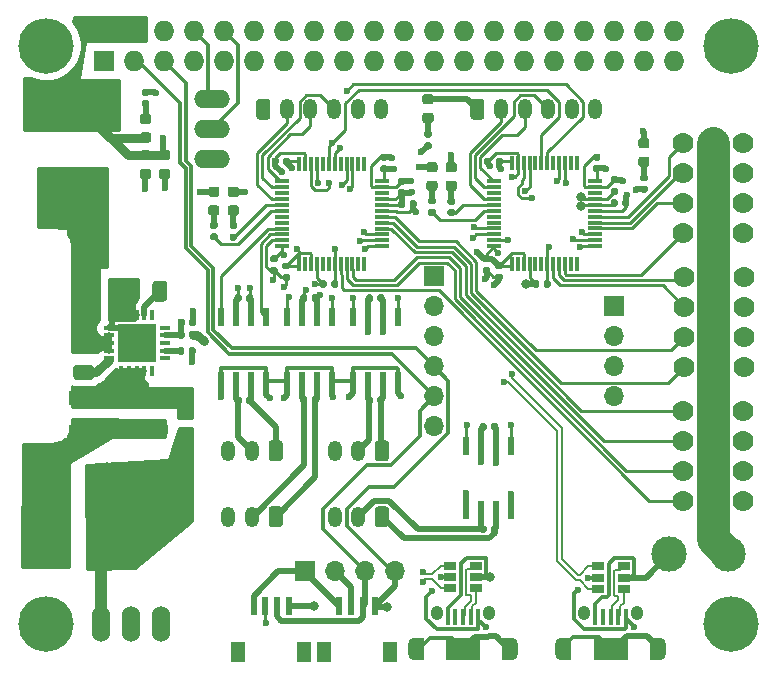
<source format=gbr>
G04 #@! TF.GenerationSoftware,KiCad,Pcbnew,5.1.6-c6e7f7d~87~ubuntu19.10.1*
G04 #@! TF.CreationDate,2021-03-31T16:12:46-04:00*
G04 #@! TF.ProjectId,helios,68656c69-6f73-42e6-9b69-6361645f7063,v1.0*
G04 #@! TF.SameCoordinates,Original*
G04 #@! TF.FileFunction,Copper,L1,Top*
G04 #@! TF.FilePolarity,Positive*
%FSLAX46Y46*%
G04 Gerber Fmt 4.6, Leading zero omitted, Abs format (unit mm)*
G04 Created by KiCad (PCBNEW 5.1.6-c6e7f7d~87~ubuntu19.10.1) date 2021-03-31 16:12:46*
%MOMM*%
%LPD*%
G01*
G04 APERTURE LIST*
G04 #@! TA.AperFunction,ComponentPad*
%ADD10R,1.700000X1.700000*%
G04 #@! TD*
G04 #@! TA.AperFunction,ComponentPad*
%ADD11O,1.700000X1.700000*%
G04 #@! TD*
G04 #@! TA.AperFunction,SMDPad,CuDef*
%ADD12R,1.400000X1.300000*%
G04 #@! TD*
G04 #@! TA.AperFunction,SMDPad,CuDef*
%ADD13R,0.609600X1.549400*%
G04 #@! TD*
G04 #@! TA.AperFunction,ComponentPad*
%ADD14C,3.000000*%
G04 #@! TD*
G04 #@! TA.AperFunction,ComponentPad*
%ADD15O,1.200000X1.750000*%
G04 #@! TD*
G04 #@! TA.AperFunction,SMDPad,CuDef*
%ADD16R,0.875000X1.900000*%
G04 #@! TD*
G04 #@! TA.AperFunction,SMDPad,CuDef*
%ADD17R,2.900000X1.900000*%
G04 #@! TD*
G04 #@! TA.AperFunction,SMDPad,CuDef*
%ADD18R,0.400000X1.350000*%
G04 #@! TD*
G04 #@! TA.AperFunction,ComponentPad*
%ADD19O,1.000000X1.900000*%
G04 #@! TD*
G04 #@! TA.AperFunction,ComponentPad*
%ADD20O,1.050000X1.250000*%
G04 #@! TD*
G04 #@! TA.AperFunction,ComponentPad*
%ADD21O,1.727200X1.727200*%
G04 #@! TD*
G04 #@! TA.AperFunction,ComponentPad*
%ADD22R,1.727200X1.727200*%
G04 #@! TD*
G04 #@! TA.AperFunction,SMDPad,CuDef*
%ADD23R,0.600000X1.550000*%
G04 #@! TD*
G04 #@! TA.AperFunction,SMDPad,CuDef*
%ADD24R,1.200000X1.800000*%
G04 #@! TD*
G04 #@! TA.AperFunction,ComponentPad*
%ADD25C,1.778000*%
G04 #@! TD*
G04 #@! TA.AperFunction,SMDPad,CuDef*
%ADD26R,3.200400X2.501900*%
G04 #@! TD*
G04 #@! TA.AperFunction,SMDPad,CuDef*
%ADD27R,1.193800X0.304800*%
G04 #@! TD*
G04 #@! TA.AperFunction,SMDPad,CuDef*
%ADD28R,0.304800X1.193800*%
G04 #@! TD*
G04 #@! TA.AperFunction,SMDPad,CuDef*
%ADD29R,1.060000X0.650000*%
G04 #@! TD*
G04 #@! TA.AperFunction,SMDPad,CuDef*
%ADD30R,0.304800X0.965200*%
G04 #@! TD*
G04 #@! TA.AperFunction,SMDPad,CuDef*
%ADD31R,0.965200X0.304800*%
G04 #@! TD*
G04 #@! TA.AperFunction,SMDPad,CuDef*
%ADD32R,3.200400X3.200400*%
G04 #@! TD*
G04 #@! TA.AperFunction,ComponentPad*
%ADD33O,1.524000X3.048000*%
G04 #@! TD*
G04 #@! TA.AperFunction,ComponentPad*
%ADD34O,3.048000X1.524000*%
G04 #@! TD*
G04 #@! TA.AperFunction,ComponentPad*
%ADD35C,4.700000*%
G04 #@! TD*
G04 #@! TA.AperFunction,ViaPad*
%ADD36C,0.600000*%
G04 #@! TD*
G04 #@! TA.AperFunction,ViaPad*
%ADD37C,0.800000*%
G04 #@! TD*
G04 #@! TA.AperFunction,Conductor*
%ADD38C,0.300000*%
G04 #@! TD*
G04 #@! TA.AperFunction,Conductor*
%ADD39C,0.500000*%
G04 #@! TD*
G04 #@! TA.AperFunction,Conductor*
%ADD40C,0.250000*%
G04 #@! TD*
G04 #@! TA.AperFunction,Conductor*
%ADD41C,0.750000*%
G04 #@! TD*
G04 #@! TA.AperFunction,Conductor*
%ADD42C,0.200000*%
G04 #@! TD*
G04 #@! TA.AperFunction,Conductor*
%ADD43C,2.800000*%
G04 #@! TD*
G04 #@! TA.AperFunction,Conductor*
%ADD44C,1.000000*%
G04 #@! TD*
G04 #@! TA.AperFunction,Conductor*
%ADD45C,0.254000*%
G04 #@! TD*
G04 APERTURE END LIST*
D10*
G04 #@! TO.P,U10,1*
G04 #@! TO.N,Net-(U10-Pad1)*
X151670000Y-96800000D03*
D11*
G04 #@! TO.P,U10,2*
G04 #@! TO.N,+3V3*
X151670000Y-99340000D03*
G04 #@! TO.P,U10,3*
G04 #@! TO.N,GND*
X151670000Y-101880000D03*
G04 #@! TO.P,U10,4*
G04 #@! TO.N,I2C2_SCL*
X151670000Y-104420000D03*
G04 #@! TO.P,U10,5*
G04 #@! TO.N,I2C2_SDA*
X151670000Y-106960000D03*
G04 #@! TO.P,U10,6*
G04 #@! TO.N,Net-(U10-Pad6)*
X151670000Y-109500000D03*
G04 #@! TO.P,U10,9*
G04 #@! TO.N,Net-(U10-Pad9)*
X166910000Y-104420000D03*
G04 #@! TO.P,U10,8*
G04 #@! TO.N,Net-(U10-Pad8)*
X166910000Y-101880000D03*
D10*
G04 #@! TO.P,U10,7*
G04 #@! TO.N,Net-(U10-Pad7)*
X166910000Y-99340000D03*
D11*
G04 #@! TO.P,U10,10*
G04 #@! TO.N,Net-(U10-Pad10)*
X166910000Y-106960000D03*
G04 #@! TD*
D12*
G04 #@! TO.P,D7,1*
G04 #@! TO.N,VIN*
X121450000Y-107100000D03*
G04 #@! TO.P,D7,2*
G04 #@! TO.N,GND*
X121450000Y-110000000D03*
G04 #@! TD*
D13*
G04 #@! TO.P,U3,1*
G04 #@! TO.N,CAN3_TX*
X148601000Y-100274000D03*
G04 #@! TO.P,U3,2*
G04 #@! TO.N,GND*
X147331000Y-100274000D03*
G04 #@! TO.P,U3,3*
G04 #@! TO.N,+3V3*
X146061000Y-100274000D03*
G04 #@! TO.P,U3,4*
G04 #@! TO.N,CAN3_RX*
X144791000Y-100274000D03*
G04 #@! TO.P,U3,5*
G04 #@! TO.N,GND*
X144791000Y-105674000D03*
G04 #@! TO.P,U3,6*
G04 #@! TO.N,Net-(J2-Pad2)*
X146061000Y-105674000D03*
G04 #@! TO.P,U3,7*
G04 #@! TO.N,Net-(J2-Pad1)*
X147331000Y-105674000D03*
G04 #@! TO.P,U3,8*
G04 #@! TO.N,GND*
X148601000Y-105674000D03*
G04 #@! TD*
G04 #@! TO.P,U5,1*
G04 #@! TO.N,CAN4_TX*
X158205000Y-111190000D03*
G04 #@! TO.P,U5,2*
G04 #@! TO.N,GND*
X156935000Y-111190000D03*
G04 #@! TO.P,U5,3*
G04 #@! TO.N,+3V3*
X155665000Y-111190000D03*
G04 #@! TO.P,U5,4*
G04 #@! TO.N,CAN4_RX*
X154395000Y-111190000D03*
G04 #@! TO.P,U5,5*
G04 #@! TO.N,GND*
X154395000Y-116590000D03*
G04 #@! TO.P,U5,6*
G04 #@! TO.N,Net-(J4-Pad2)*
X155665000Y-116590000D03*
G04 #@! TO.P,U5,7*
G04 #@! TO.N,Net-(J4-Pad1)*
X156935000Y-116590000D03*
G04 #@! TO.P,U5,8*
G04 #@! TO.N,GND*
X158205000Y-116590000D03*
G04 #@! TD*
G04 #@! TO.P,U2,8*
G04 #@! TO.N,GND*
X137461000Y-105664000D03*
G04 #@! TO.P,U2,7*
G04 #@! TO.N,Net-(J1-Pad1)*
X136191000Y-105664000D03*
G04 #@! TO.P,U2,6*
G04 #@! TO.N,Net-(J1-Pad2)*
X134921000Y-105664000D03*
G04 #@! TO.P,U2,5*
G04 #@! TO.N,GND*
X133651000Y-105664000D03*
G04 #@! TO.P,U2,4*
G04 #@! TO.N,CAN1_RX*
X133651000Y-100264000D03*
G04 #@! TO.P,U2,3*
G04 #@! TO.N,+3V3*
X134921000Y-100264000D03*
G04 #@! TO.P,U2,2*
G04 #@! TO.N,GND*
X136191000Y-100264000D03*
G04 #@! TO.P,U2,1*
G04 #@! TO.N,CAN1_TX*
X137461000Y-100264000D03*
G04 #@! TD*
G04 #@! TO.P,U4,8*
G04 #@! TO.N,GND*
X143021000Y-105664000D03*
G04 #@! TO.P,U4,7*
G04 #@! TO.N,Net-(J3-Pad1)*
X141751000Y-105664000D03*
G04 #@! TO.P,U4,6*
G04 #@! TO.N,Net-(J3-Pad2)*
X140481000Y-105664000D03*
G04 #@! TO.P,U4,5*
G04 #@! TO.N,GND*
X139211000Y-105664000D03*
G04 #@! TO.P,U4,4*
G04 #@! TO.N,CAN2_RX*
X139211000Y-100264000D03*
G04 #@! TO.P,U4,3*
G04 #@! TO.N,+3V3*
X140481000Y-100264000D03*
G04 #@! TO.P,U4,2*
G04 #@! TO.N,GND*
X141751000Y-100264000D03*
G04 #@! TO.P,U4,1*
G04 #@! TO.N,CAN2_TX*
X143021000Y-100264000D03*
G04 #@! TD*
D14*
G04 #@! TO.P,1111,+*
G04 #@! TO.N,POWER_IN*
X123950000Y-114050000D03*
G04 #@! TO.P,1111,-*
G04 #@! TO.N,GND*
X118950000Y-114050000D03*
G04 #@! TD*
G04 #@! TO.P,C1,1*
G04 #@! TO.N,GND*
G04 #@! TA.AperFunction,SMDPad,CuDef*
G36*
G01*
X141896000Y-98461500D02*
X141896000Y-98806500D01*
G75*
G02*
X141748500Y-98954000I-147500J0D01*
G01*
X141453500Y-98954000D01*
G75*
G02*
X141306000Y-98806500I0J147500D01*
G01*
X141306000Y-98461500D01*
G75*
G02*
X141453500Y-98314000I147500J0D01*
G01*
X141748500Y-98314000D01*
G75*
G02*
X141896000Y-98461500I0J-147500D01*
G01*
G37*
G04 #@! TD.AperFunction*
G04 #@! TO.P,C1,2*
G04 #@! TO.N,+3V3*
G04 #@! TA.AperFunction,SMDPad,CuDef*
G36*
G01*
X140926000Y-98461500D02*
X140926000Y-98806500D01*
G75*
G02*
X140778500Y-98954000I-147500J0D01*
G01*
X140483500Y-98954000D01*
G75*
G02*
X140336000Y-98806500I0J147500D01*
G01*
X140336000Y-98461500D01*
G75*
G02*
X140483500Y-98314000I147500J0D01*
G01*
X140778500Y-98314000D01*
G75*
G02*
X140926000Y-98461500I0J-147500D01*
G01*
G37*
G04 #@! TD.AperFunction*
G04 #@! TD*
G04 #@! TO.P,C2,2*
G04 #@! TO.N,+3V3*
G04 #@! TA.AperFunction,SMDPad,CuDef*
G36*
G01*
X146501000Y-98461500D02*
X146501000Y-98806500D01*
G75*
G02*
X146353500Y-98954000I-147500J0D01*
G01*
X146058500Y-98954000D01*
G75*
G02*
X145911000Y-98806500I0J147500D01*
G01*
X145911000Y-98461500D01*
G75*
G02*
X146058500Y-98314000I147500J0D01*
G01*
X146353500Y-98314000D01*
G75*
G02*
X146501000Y-98461500I0J-147500D01*
G01*
G37*
G04 #@! TD.AperFunction*
G04 #@! TO.P,C2,1*
G04 #@! TO.N,GND*
G04 #@! TA.AperFunction,SMDPad,CuDef*
G36*
G01*
X147471000Y-98461500D02*
X147471000Y-98806500D01*
G75*
G02*
X147323500Y-98954000I-147500J0D01*
G01*
X147028500Y-98954000D01*
G75*
G02*
X146881000Y-98806500I0J147500D01*
G01*
X146881000Y-98461500D01*
G75*
G02*
X147028500Y-98314000I147500J0D01*
G01*
X147323500Y-98314000D01*
G75*
G02*
X147471000Y-98461500I0J-147500D01*
G01*
G37*
G04 #@! TD.AperFunction*
G04 #@! TD*
G04 #@! TO.P,C3,2*
G04 #@! TO.N,GND*
G04 #@! TA.AperFunction,SMDPad,CuDef*
G36*
G01*
X142585000Y-97277500D02*
X142585000Y-97622500D01*
G75*
G02*
X142437500Y-97770000I-147500J0D01*
G01*
X142142500Y-97770000D01*
G75*
G02*
X141995000Y-97622500I0J147500D01*
G01*
X141995000Y-97277500D01*
G75*
G02*
X142142500Y-97130000I147500J0D01*
G01*
X142437500Y-97130000D01*
G75*
G02*
X142585000Y-97277500I0J-147500D01*
G01*
G37*
G04 #@! TD.AperFunction*
G04 #@! TO.P,C3,1*
G04 #@! TO.N,NRST*
G04 #@! TA.AperFunction,SMDPad,CuDef*
G36*
G01*
X143555000Y-97277500D02*
X143555000Y-97622500D01*
G75*
G02*
X143407500Y-97770000I-147500J0D01*
G01*
X143112500Y-97770000D01*
G75*
G02*
X142965000Y-97622500I0J147500D01*
G01*
X142965000Y-97277500D01*
G75*
G02*
X143112500Y-97130000I147500J0D01*
G01*
X143407500Y-97130000D01*
G75*
G02*
X143555000Y-97277500I0J-147500D01*
G01*
G37*
G04 #@! TD.AperFunction*
G04 #@! TD*
G04 #@! TO.P,C4,1*
G04 #@! TO.N,NRST_2*
G04 #@! TA.AperFunction,SMDPad,CuDef*
G36*
G01*
X161555000Y-97277500D02*
X161555000Y-97622500D01*
G75*
G02*
X161407500Y-97770000I-147500J0D01*
G01*
X161112500Y-97770000D01*
G75*
G02*
X160965000Y-97622500I0J147500D01*
G01*
X160965000Y-97277500D01*
G75*
G02*
X161112500Y-97130000I147500J0D01*
G01*
X161407500Y-97130000D01*
G75*
G02*
X161555000Y-97277500I0J-147500D01*
G01*
G37*
G04 #@! TD.AperFunction*
G04 #@! TO.P,C4,2*
G04 #@! TO.N,GND*
G04 #@! TA.AperFunction,SMDPad,CuDef*
G36*
G01*
X160585000Y-97277500D02*
X160585000Y-97622500D01*
G75*
G02*
X160437500Y-97770000I-147500J0D01*
G01*
X160142500Y-97770000D01*
G75*
G02*
X159995000Y-97622500I0J147500D01*
G01*
X159995000Y-97277500D01*
G75*
G02*
X160142500Y-97130000I147500J0D01*
G01*
X160437500Y-97130000D01*
G75*
G02*
X160585000Y-97277500I0J-147500D01*
G01*
G37*
G04 #@! TD.AperFunction*
G04 #@! TD*
G04 #@! TO.P,C5,1*
G04 #@! TO.N,GND*
G04 #@! TA.AperFunction,SMDPad,CuDef*
G36*
G01*
X136346000Y-98461500D02*
X136346000Y-98806500D01*
G75*
G02*
X136198500Y-98954000I-147500J0D01*
G01*
X135903500Y-98954000D01*
G75*
G02*
X135756000Y-98806500I0J147500D01*
G01*
X135756000Y-98461500D01*
G75*
G02*
X135903500Y-98314000I147500J0D01*
G01*
X136198500Y-98314000D01*
G75*
G02*
X136346000Y-98461500I0J-147500D01*
G01*
G37*
G04 #@! TD.AperFunction*
G04 #@! TO.P,C5,2*
G04 #@! TO.N,+3V3*
G04 #@! TA.AperFunction,SMDPad,CuDef*
G36*
G01*
X135376000Y-98461500D02*
X135376000Y-98806500D01*
G75*
G02*
X135228500Y-98954000I-147500J0D01*
G01*
X134933500Y-98954000D01*
G75*
G02*
X134786000Y-98806500I0J147500D01*
G01*
X134786000Y-98461500D01*
G75*
G02*
X134933500Y-98314000I147500J0D01*
G01*
X135228500Y-98314000D01*
G75*
G02*
X135376000Y-98461500I0J-147500D01*
G01*
G37*
G04 #@! TD.AperFunction*
G04 #@! TD*
G04 #@! TO.P,C6,1*
G04 #@! TO.N,GND*
G04 #@! TA.AperFunction,SMDPad,CuDef*
G36*
G01*
X157085000Y-109367500D02*
X157085000Y-109712500D01*
G75*
G02*
X156937500Y-109860000I-147500J0D01*
G01*
X156642500Y-109860000D01*
G75*
G02*
X156495000Y-109712500I0J147500D01*
G01*
X156495000Y-109367500D01*
G75*
G02*
X156642500Y-109220000I147500J0D01*
G01*
X156937500Y-109220000D01*
G75*
G02*
X157085000Y-109367500I0J-147500D01*
G01*
G37*
G04 #@! TD.AperFunction*
G04 #@! TO.P,C6,2*
G04 #@! TO.N,+3V3*
G04 #@! TA.AperFunction,SMDPad,CuDef*
G36*
G01*
X156115000Y-109367500D02*
X156115000Y-109712500D01*
G75*
G02*
X155967500Y-109860000I-147500J0D01*
G01*
X155672500Y-109860000D01*
G75*
G02*
X155525000Y-109712500I0J147500D01*
G01*
X155525000Y-109367500D01*
G75*
G02*
X155672500Y-109220000I147500J0D01*
G01*
X155967500Y-109220000D01*
G75*
G02*
X156115000Y-109367500I0J-147500D01*
G01*
G37*
G04 #@! TD.AperFunction*
G04 #@! TD*
G04 #@! TO.P,C7,2*
G04 #@! TO.N,GND*
G04 #@! TA.AperFunction,SMDPad,CuDef*
G36*
G01*
X138977500Y-96595000D02*
X139322500Y-96595000D01*
G75*
G02*
X139470000Y-96742500I0J-147500D01*
G01*
X139470000Y-97037500D01*
G75*
G02*
X139322500Y-97185000I-147500J0D01*
G01*
X138977500Y-97185000D01*
G75*
G02*
X138830000Y-97037500I0J147500D01*
G01*
X138830000Y-96742500D01*
G75*
G02*
X138977500Y-96595000I147500J0D01*
G01*
G37*
G04 #@! TD.AperFunction*
G04 #@! TO.P,C7,1*
G04 #@! TO.N,+3V3*
G04 #@! TA.AperFunction,SMDPad,CuDef*
G36*
G01*
X138977500Y-95625000D02*
X139322500Y-95625000D01*
G75*
G02*
X139470000Y-95772500I0J-147500D01*
G01*
X139470000Y-96067500D01*
G75*
G02*
X139322500Y-96215000I-147500J0D01*
G01*
X138977500Y-96215000D01*
G75*
G02*
X138830000Y-96067500I0J147500D01*
G01*
X138830000Y-95772500D01*
G75*
G02*
X138977500Y-95625000I147500J0D01*
G01*
G37*
G04 #@! TD.AperFunction*
G04 #@! TD*
G04 #@! TO.P,C8,1*
G04 #@! TO.N,+3V3*
G04 #@! TA.AperFunction,SMDPad,CuDef*
G36*
G01*
X137927500Y-95025000D02*
X138272500Y-95025000D01*
G75*
G02*
X138420000Y-95172500I0J-147500D01*
G01*
X138420000Y-95467500D01*
G75*
G02*
X138272500Y-95615000I-147500J0D01*
G01*
X137927500Y-95615000D01*
G75*
G02*
X137780000Y-95467500I0J147500D01*
G01*
X137780000Y-95172500D01*
G75*
G02*
X137927500Y-95025000I147500J0D01*
G01*
G37*
G04 #@! TD.AperFunction*
G04 #@! TO.P,C8,2*
G04 #@! TO.N,GND*
G04 #@! TA.AperFunction,SMDPad,CuDef*
G36*
G01*
X137927500Y-95995000D02*
X138272500Y-95995000D01*
G75*
G02*
X138420000Y-96142500I0J-147500D01*
G01*
X138420000Y-96437500D01*
G75*
G02*
X138272500Y-96585000I-147500J0D01*
G01*
X137927500Y-96585000D01*
G75*
G02*
X137780000Y-96437500I0J147500D01*
G01*
X137780000Y-96142500D01*
G75*
G02*
X137927500Y-95995000I147500J0D01*
G01*
G37*
G04 #@! TD.AperFunction*
G04 #@! TD*
G04 #@! TO.P,C9,2*
G04 #@! TO.N,GND*
G04 #@! TA.AperFunction,SMDPad,CuDef*
G36*
G01*
X138505000Y-86887500D02*
X138505000Y-87232500D01*
G75*
G02*
X138357500Y-87380000I-147500J0D01*
G01*
X138062500Y-87380000D01*
G75*
G02*
X137915000Y-87232500I0J147500D01*
G01*
X137915000Y-86887500D01*
G75*
G02*
X138062500Y-86740000I147500J0D01*
G01*
X138357500Y-86740000D01*
G75*
G02*
X138505000Y-86887500I0J-147500D01*
G01*
G37*
G04 #@! TD.AperFunction*
G04 #@! TO.P,C9,1*
G04 #@! TO.N,+3V3*
G04 #@! TA.AperFunction,SMDPad,CuDef*
G36*
G01*
X139475000Y-86887500D02*
X139475000Y-87232500D01*
G75*
G02*
X139327500Y-87380000I-147500J0D01*
G01*
X139032500Y-87380000D01*
G75*
G02*
X138885000Y-87232500I0J147500D01*
G01*
X138885000Y-86887500D01*
G75*
G02*
X139032500Y-86740000I147500J0D01*
G01*
X139327500Y-86740000D01*
G75*
G02*
X139475000Y-86887500I0J-147500D01*
G01*
G37*
G04 #@! TD.AperFunction*
G04 #@! TD*
G04 #@! TO.P,C10,1*
G04 #@! TO.N,+3V3*
G04 #@! TA.AperFunction,SMDPad,CuDef*
G36*
G01*
X147612500Y-87970000D02*
X147267500Y-87970000D01*
G75*
G02*
X147120000Y-87822500I0J147500D01*
G01*
X147120000Y-87527500D01*
G75*
G02*
X147267500Y-87380000I147500J0D01*
G01*
X147612500Y-87380000D01*
G75*
G02*
X147760000Y-87527500I0J-147500D01*
G01*
X147760000Y-87822500D01*
G75*
G02*
X147612500Y-87970000I-147500J0D01*
G01*
G37*
G04 #@! TD.AperFunction*
G04 #@! TO.P,C10,2*
G04 #@! TO.N,GND*
G04 #@! TA.AperFunction,SMDPad,CuDef*
G36*
G01*
X147612500Y-87000000D02*
X147267500Y-87000000D01*
G75*
G02*
X147120000Y-86852500I0J147500D01*
G01*
X147120000Y-86557500D01*
G75*
G02*
X147267500Y-86410000I147500J0D01*
G01*
X147612500Y-86410000D01*
G75*
G02*
X147760000Y-86557500I0J-147500D01*
G01*
X147760000Y-86852500D01*
G75*
G02*
X147612500Y-87000000I-147500J0D01*
G01*
G37*
G04 #@! TD.AperFunction*
G04 #@! TD*
G04 #@! TO.P,C11,2*
G04 #@! TO.N,GND*
G04 #@! TA.AperFunction,SMDPad,CuDef*
G36*
G01*
X149600000Y-90862500D02*
X149600000Y-90517500D01*
G75*
G02*
X149747500Y-90370000I147500J0D01*
G01*
X150042500Y-90370000D01*
G75*
G02*
X150190000Y-90517500I0J-147500D01*
G01*
X150190000Y-90862500D01*
G75*
G02*
X150042500Y-91010000I-147500J0D01*
G01*
X149747500Y-91010000D01*
G75*
G02*
X149600000Y-90862500I0J147500D01*
G01*
G37*
G04 #@! TD.AperFunction*
G04 #@! TO.P,C11,1*
G04 #@! TO.N,+3V3*
G04 #@! TA.AperFunction,SMDPad,CuDef*
G36*
G01*
X148630000Y-90862500D02*
X148630000Y-90517500D01*
G75*
G02*
X148777500Y-90370000I147500J0D01*
G01*
X149072500Y-90370000D01*
G75*
G02*
X149220000Y-90517500I0J-147500D01*
G01*
X149220000Y-90862500D01*
G75*
G02*
X149072500Y-91010000I-147500J0D01*
G01*
X148777500Y-91010000D01*
G75*
G02*
X148630000Y-90862500I0J147500D01*
G01*
G37*
G04 #@! TD.AperFunction*
G04 #@! TD*
G04 #@! TO.P,C12,2*
G04 #@! TO.N,GND*
G04 #@! TA.AperFunction,SMDPad,CuDef*
G36*
G01*
X149122500Y-89025000D02*
X148777500Y-89025000D01*
G75*
G02*
X148630000Y-88877500I0J147500D01*
G01*
X148630000Y-88582500D01*
G75*
G02*
X148777500Y-88435000I147500J0D01*
G01*
X149122500Y-88435000D01*
G75*
G02*
X149270000Y-88582500I0J-147500D01*
G01*
X149270000Y-88877500D01*
G75*
G02*
X149122500Y-89025000I-147500J0D01*
G01*
G37*
G04 #@! TD.AperFunction*
G04 #@! TO.P,C12,1*
G04 #@! TO.N,+3V3*
G04 #@! TA.AperFunction,SMDPad,CuDef*
G36*
G01*
X149122500Y-89995000D02*
X148777500Y-89995000D01*
G75*
G02*
X148630000Y-89847500I0J147500D01*
G01*
X148630000Y-89552500D01*
G75*
G02*
X148777500Y-89405000I147500J0D01*
G01*
X149122500Y-89405000D01*
G75*
G02*
X149270000Y-89552500I0J-147500D01*
G01*
X149270000Y-89847500D01*
G75*
G02*
X149122500Y-89995000I-147500J0D01*
G01*
G37*
G04 #@! TD.AperFunction*
G04 #@! TD*
G04 #@! TO.P,C13,2*
G04 #@! TO.N,GND*
G04 #@! TA.AperFunction,SMDPad,CuDef*
G36*
G01*
X156987500Y-96585000D02*
X157332500Y-96585000D01*
G75*
G02*
X157480000Y-96732500I0J-147500D01*
G01*
X157480000Y-97027500D01*
G75*
G02*
X157332500Y-97175000I-147500J0D01*
G01*
X156987500Y-97175000D01*
G75*
G02*
X156840000Y-97027500I0J147500D01*
G01*
X156840000Y-96732500D01*
G75*
G02*
X156987500Y-96585000I147500J0D01*
G01*
G37*
G04 #@! TD.AperFunction*
G04 #@! TO.P,C13,1*
G04 #@! TO.N,+3V3*
G04 #@! TA.AperFunction,SMDPad,CuDef*
G36*
G01*
X156987500Y-95615000D02*
X157332500Y-95615000D01*
G75*
G02*
X157480000Y-95762500I0J-147500D01*
G01*
X157480000Y-96057500D01*
G75*
G02*
X157332500Y-96205000I-147500J0D01*
G01*
X156987500Y-96205000D01*
G75*
G02*
X156840000Y-96057500I0J147500D01*
G01*
X156840000Y-95762500D01*
G75*
G02*
X156987500Y-95615000I147500J0D01*
G01*
G37*
G04 #@! TD.AperFunction*
G04 #@! TD*
G04 #@! TO.P,C14,2*
G04 #@! TO.N,GND*
G04 #@! TA.AperFunction,SMDPad,CuDef*
G36*
G01*
X155941500Y-95995000D02*
X156286500Y-95995000D01*
G75*
G02*
X156434000Y-96142500I0J-147500D01*
G01*
X156434000Y-96437500D01*
G75*
G02*
X156286500Y-96585000I-147500J0D01*
G01*
X155941500Y-96585000D01*
G75*
G02*
X155794000Y-96437500I0J147500D01*
G01*
X155794000Y-96142500D01*
G75*
G02*
X155941500Y-95995000I147500J0D01*
G01*
G37*
G04 #@! TD.AperFunction*
G04 #@! TO.P,C14,1*
G04 #@! TO.N,+3V3*
G04 #@! TA.AperFunction,SMDPad,CuDef*
G36*
G01*
X155941500Y-95025000D02*
X156286500Y-95025000D01*
G75*
G02*
X156434000Y-95172500I0J-147500D01*
G01*
X156434000Y-95467500D01*
G75*
G02*
X156286500Y-95615000I-147500J0D01*
G01*
X155941500Y-95615000D01*
G75*
G02*
X155794000Y-95467500I0J147500D01*
G01*
X155794000Y-95172500D01*
G75*
G02*
X155941500Y-95025000I147500J0D01*
G01*
G37*
G04 #@! TD.AperFunction*
G04 #@! TD*
G04 #@! TO.P,C15,1*
G04 #@! TO.N,+3V3*
G04 #@! TA.AperFunction,SMDPad,CuDef*
G36*
G01*
X157485000Y-86887500D02*
X157485000Y-87232500D01*
G75*
G02*
X157337500Y-87380000I-147500J0D01*
G01*
X157042500Y-87380000D01*
G75*
G02*
X156895000Y-87232500I0J147500D01*
G01*
X156895000Y-86887500D01*
G75*
G02*
X157042500Y-86740000I147500J0D01*
G01*
X157337500Y-86740000D01*
G75*
G02*
X157485000Y-86887500I0J-147500D01*
G01*
G37*
G04 #@! TD.AperFunction*
G04 #@! TO.P,C15,2*
G04 #@! TO.N,GND*
G04 #@! TA.AperFunction,SMDPad,CuDef*
G36*
G01*
X156515000Y-86887500D02*
X156515000Y-87232500D01*
G75*
G02*
X156367500Y-87380000I-147500J0D01*
G01*
X156072500Y-87380000D01*
G75*
G02*
X155925000Y-87232500I0J147500D01*
G01*
X155925000Y-86887500D01*
G75*
G02*
X156072500Y-86740000I147500J0D01*
G01*
X156367500Y-86740000D01*
G75*
G02*
X156515000Y-86887500I0J-147500D01*
G01*
G37*
G04 #@! TD.AperFunction*
G04 #@! TD*
G04 #@! TO.P,C16,2*
G04 #@! TO.N,GND*
G04 #@! TA.AperFunction,SMDPad,CuDef*
G36*
G01*
X165612500Y-86987000D02*
X165267500Y-86987000D01*
G75*
G02*
X165120000Y-86839500I0J147500D01*
G01*
X165120000Y-86544500D01*
G75*
G02*
X165267500Y-86397000I147500J0D01*
G01*
X165612500Y-86397000D01*
G75*
G02*
X165760000Y-86544500I0J-147500D01*
G01*
X165760000Y-86839500D01*
G75*
G02*
X165612500Y-86987000I-147500J0D01*
G01*
G37*
G04 #@! TD.AperFunction*
G04 #@! TO.P,C16,1*
G04 #@! TO.N,+3V3*
G04 #@! TA.AperFunction,SMDPad,CuDef*
G36*
G01*
X165612500Y-87957000D02*
X165267500Y-87957000D01*
G75*
G02*
X165120000Y-87809500I0J147500D01*
G01*
X165120000Y-87514500D01*
G75*
G02*
X165267500Y-87367000I147500J0D01*
G01*
X165612500Y-87367000D01*
G75*
G02*
X165760000Y-87514500I0J-147500D01*
G01*
X165760000Y-87809500D01*
G75*
G02*
X165612500Y-87957000I-147500J0D01*
G01*
G37*
G04 #@! TD.AperFunction*
G04 #@! TD*
G04 #@! TO.P,C17,1*
G04 #@! TO.N,+3V3*
G04 #@! TA.AperFunction,SMDPad,CuDef*
G36*
G01*
X166630000Y-90752500D02*
X166630000Y-90407500D01*
G75*
G02*
X166777500Y-90260000I147500J0D01*
G01*
X167072500Y-90260000D01*
G75*
G02*
X167220000Y-90407500I0J-147500D01*
G01*
X167220000Y-90752500D01*
G75*
G02*
X167072500Y-90900000I-147500J0D01*
G01*
X166777500Y-90900000D01*
G75*
G02*
X166630000Y-90752500I0J147500D01*
G01*
G37*
G04 #@! TD.AperFunction*
G04 #@! TO.P,C17,2*
G04 #@! TO.N,GND*
G04 #@! TA.AperFunction,SMDPad,CuDef*
G36*
G01*
X167600000Y-90752500D02*
X167600000Y-90407500D01*
G75*
G02*
X167747500Y-90260000I147500J0D01*
G01*
X168042500Y-90260000D01*
G75*
G02*
X168190000Y-90407500I0J-147500D01*
G01*
X168190000Y-90752500D01*
G75*
G02*
X168042500Y-90900000I-147500J0D01*
G01*
X167747500Y-90900000D01*
G75*
G02*
X167600000Y-90752500I0J147500D01*
G01*
G37*
G04 #@! TD.AperFunction*
G04 #@! TD*
G04 #@! TO.P,C18,2*
G04 #@! TO.N,GND*
G04 #@! TA.AperFunction,SMDPad,CuDef*
G36*
G01*
X167122500Y-88925000D02*
X166777500Y-88925000D01*
G75*
G02*
X166630000Y-88777500I0J147500D01*
G01*
X166630000Y-88482500D01*
G75*
G02*
X166777500Y-88335000I147500J0D01*
G01*
X167122500Y-88335000D01*
G75*
G02*
X167270000Y-88482500I0J-147500D01*
G01*
X167270000Y-88777500D01*
G75*
G02*
X167122500Y-88925000I-147500J0D01*
G01*
G37*
G04 #@! TD.AperFunction*
G04 #@! TO.P,C18,1*
G04 #@! TO.N,+3V3*
G04 #@! TA.AperFunction,SMDPad,CuDef*
G36*
G01*
X167122500Y-89895000D02*
X166777500Y-89895000D01*
G75*
G02*
X166630000Y-89747500I0J147500D01*
G01*
X166630000Y-89452500D01*
G75*
G02*
X166777500Y-89305000I147500J0D01*
G01*
X167122500Y-89305000D01*
G75*
G02*
X167270000Y-89452500I0J-147500D01*
G01*
X167270000Y-89747500D01*
G75*
G02*
X167122500Y-89895000I-147500J0D01*
G01*
G37*
G04 #@! TD.AperFunction*
G04 #@! TD*
G04 #@! TO.P,C23,1*
G04 #@! TO.N,Net-(C23-Pad1)*
G04 #@! TA.AperFunction,SMDPad,CuDef*
G36*
G01*
X129935000Y-103272500D02*
X129935000Y-102927500D01*
G75*
G02*
X130082500Y-102780000I147500J0D01*
G01*
X130377500Y-102780000D01*
G75*
G02*
X130525000Y-102927500I0J-147500D01*
G01*
X130525000Y-103272500D01*
G75*
G02*
X130377500Y-103420000I-147500J0D01*
G01*
X130082500Y-103420000D01*
G75*
G02*
X129935000Y-103272500I0J147500D01*
G01*
G37*
G04 #@! TD.AperFunction*
G04 #@! TO.P,C23,2*
G04 #@! TO.N,GND*
G04 #@! TA.AperFunction,SMDPad,CuDef*
G36*
G01*
X130905000Y-103272500D02*
X130905000Y-102927500D01*
G75*
G02*
X131052500Y-102780000I147500J0D01*
G01*
X131347500Y-102780000D01*
G75*
G02*
X131495000Y-102927500I0J-147500D01*
G01*
X131495000Y-103272500D01*
G75*
G02*
X131347500Y-103420000I-147500J0D01*
G01*
X131052500Y-103420000D01*
G75*
G02*
X130905000Y-103272500I0J147500D01*
G01*
G37*
G04 #@! TD.AperFunction*
G04 #@! TD*
G04 #@! TO.P,C25,1*
G04 #@! TO.N,+5V*
G04 #@! TA.AperFunction,SMDPad,CuDef*
G36*
G01*
X126983750Y-86107500D02*
X127496250Y-86107500D01*
G75*
G02*
X127715000Y-86326250I0J-218750D01*
G01*
X127715000Y-86763750D01*
G75*
G02*
X127496250Y-86982500I-218750J0D01*
G01*
X126983750Y-86982500D01*
G75*
G02*
X126765000Y-86763750I0J218750D01*
G01*
X126765000Y-86326250D01*
G75*
G02*
X126983750Y-86107500I218750J0D01*
G01*
G37*
G04 #@! TD.AperFunction*
G04 #@! TO.P,C25,2*
G04 #@! TO.N,GND*
G04 #@! TA.AperFunction,SMDPad,CuDef*
G36*
G01*
X126983750Y-87682500D02*
X127496250Y-87682500D01*
G75*
G02*
X127715000Y-87901250I0J-218750D01*
G01*
X127715000Y-88338750D01*
G75*
G02*
X127496250Y-88557500I-218750J0D01*
G01*
X126983750Y-88557500D01*
G75*
G02*
X126765000Y-88338750I0J218750D01*
G01*
X126765000Y-87901250D01*
G75*
G02*
X126983750Y-87682500I218750J0D01*
G01*
G37*
G04 #@! TD.AperFunction*
G04 #@! TD*
G04 #@! TO.P,C26,2*
G04 #@! TO.N,GND*
G04 #@! TA.AperFunction,SMDPad,CuDef*
G36*
G01*
X128593750Y-87680000D02*
X129106250Y-87680000D01*
G75*
G02*
X129325000Y-87898750I0J-218750D01*
G01*
X129325000Y-88336250D01*
G75*
G02*
X129106250Y-88555000I-218750J0D01*
G01*
X128593750Y-88555000D01*
G75*
G02*
X128375000Y-88336250I0J218750D01*
G01*
X128375000Y-87898750D01*
G75*
G02*
X128593750Y-87680000I218750J0D01*
G01*
G37*
G04 #@! TD.AperFunction*
G04 #@! TO.P,C26,1*
G04 #@! TO.N,+5V*
G04 #@! TA.AperFunction,SMDPad,CuDef*
G36*
G01*
X128593750Y-86105000D02*
X129106250Y-86105000D01*
G75*
G02*
X129325000Y-86323750I0J-218750D01*
G01*
X129325000Y-86761250D01*
G75*
G02*
X129106250Y-86980000I-218750J0D01*
G01*
X128593750Y-86980000D01*
G75*
G02*
X128375000Y-86761250I0J218750D01*
G01*
X128375000Y-86323750D01*
G75*
G02*
X128593750Y-86105000I218750J0D01*
G01*
G37*
G04 #@! TD.AperFunction*
G04 #@! TD*
G04 #@! TO.P,D1,1*
G04 #@! TO.N,Net-(D1-Pad1)*
G04 #@! TA.AperFunction,SMDPad,CuDef*
G36*
G01*
X134936250Y-91655000D02*
X134423750Y-91655000D01*
G75*
G02*
X134205000Y-91436250I0J218750D01*
G01*
X134205000Y-90998750D01*
G75*
G02*
X134423750Y-90780000I218750J0D01*
G01*
X134936250Y-90780000D01*
G75*
G02*
X135155000Y-90998750I0J-218750D01*
G01*
X135155000Y-91436250D01*
G75*
G02*
X134936250Y-91655000I-218750J0D01*
G01*
G37*
G04 #@! TD.AperFunction*
G04 #@! TO.P,D1,2*
G04 #@! TO.N,+3V3*
G04 #@! TA.AperFunction,SMDPad,CuDef*
G36*
G01*
X134936250Y-90080000D02*
X134423750Y-90080000D01*
G75*
G02*
X134205000Y-89861250I0J218750D01*
G01*
X134205000Y-89423750D01*
G75*
G02*
X134423750Y-89205000I218750J0D01*
G01*
X134936250Y-89205000D01*
G75*
G02*
X135155000Y-89423750I0J-218750D01*
G01*
X135155000Y-89861250D01*
G75*
G02*
X134936250Y-90080000I-218750J0D01*
G01*
G37*
G04 #@! TD.AperFunction*
G04 #@! TD*
G04 #@! TO.P,D2,1*
G04 #@! TO.N,Net-(D2-Pad1)*
G04 #@! TA.AperFunction,SMDPad,CuDef*
G36*
G01*
X133286250Y-91652500D02*
X132773750Y-91652500D01*
G75*
G02*
X132555000Y-91433750I0J218750D01*
G01*
X132555000Y-90996250D01*
G75*
G02*
X132773750Y-90777500I218750J0D01*
G01*
X133286250Y-90777500D01*
G75*
G02*
X133505000Y-90996250I0J-218750D01*
G01*
X133505000Y-91433750D01*
G75*
G02*
X133286250Y-91652500I-218750J0D01*
G01*
G37*
G04 #@! TD.AperFunction*
G04 #@! TO.P,D2,2*
G04 #@! TO.N,+3V3*
G04 #@! TA.AperFunction,SMDPad,CuDef*
G36*
G01*
X133286250Y-90077500D02*
X132773750Y-90077500D01*
G75*
G02*
X132555000Y-89858750I0J218750D01*
G01*
X132555000Y-89421250D01*
G75*
G02*
X132773750Y-89202500I218750J0D01*
G01*
X133286250Y-89202500D01*
G75*
G02*
X133505000Y-89421250I0J-218750D01*
G01*
X133505000Y-89858750D01*
G75*
G02*
X133286250Y-90077500I-218750J0D01*
G01*
G37*
G04 #@! TD.AperFunction*
G04 #@! TD*
G04 #@! TO.P,D3,2*
G04 #@! TO.N,+3V3*
G04 #@! TA.AperFunction,SMDPad,CuDef*
G36*
G01*
X151411251Y-82244999D02*
X150898751Y-82244999D01*
G75*
G02*
X150680001Y-82026249I0J218750D01*
G01*
X150680001Y-81588749D01*
G75*
G02*
X150898751Y-81369999I218750J0D01*
G01*
X151411251Y-81369999D01*
G75*
G02*
X151630001Y-81588749I0J-218750D01*
G01*
X151630001Y-82026249D01*
G75*
G02*
X151411251Y-82244999I-218750J0D01*
G01*
G37*
G04 #@! TD.AperFunction*
G04 #@! TO.P,D3,1*
G04 #@! TO.N,Net-(D3-Pad1)*
G04 #@! TA.AperFunction,SMDPad,CuDef*
G36*
G01*
X151411251Y-83819999D02*
X150898751Y-83819999D01*
G75*
G02*
X150680001Y-83601249I0J218750D01*
G01*
X150680001Y-83163749D01*
G75*
G02*
X150898751Y-82944999I218750J0D01*
G01*
X151411251Y-82944999D01*
G75*
G02*
X151630001Y-83163749I0J-218750D01*
G01*
X151630001Y-83601249D01*
G75*
G02*
X151411251Y-83819999I-218750J0D01*
G01*
G37*
G04 #@! TD.AperFunction*
G04 #@! TD*
G04 #@! TO.P,D4,2*
G04 #@! TO.N,+3V3*
G04 #@! TA.AperFunction,SMDPad,CuDef*
G36*
G01*
X153386250Y-88000000D02*
X152873750Y-88000000D01*
G75*
G02*
X152655000Y-87781250I0J218750D01*
G01*
X152655000Y-87343750D01*
G75*
G02*
X152873750Y-87125000I218750J0D01*
G01*
X153386250Y-87125000D01*
G75*
G02*
X153605000Y-87343750I0J-218750D01*
G01*
X153605000Y-87781250D01*
G75*
G02*
X153386250Y-88000000I-218750J0D01*
G01*
G37*
G04 #@! TD.AperFunction*
G04 #@! TO.P,D4,1*
G04 #@! TO.N,Net-(D4-Pad1)*
G04 #@! TA.AperFunction,SMDPad,CuDef*
G36*
G01*
X153386250Y-89575000D02*
X152873750Y-89575000D01*
G75*
G02*
X152655000Y-89356250I0J218750D01*
G01*
X152655000Y-88918750D01*
G75*
G02*
X152873750Y-88700000I218750J0D01*
G01*
X153386250Y-88700000D01*
G75*
G02*
X153605000Y-88918750I0J-218750D01*
G01*
X153605000Y-89356250D01*
G75*
G02*
X153386250Y-89575000I-218750J0D01*
G01*
G37*
G04 #@! TD.AperFunction*
G04 #@! TD*
G04 #@! TO.P,D5,2*
G04 #@! TO.N,+3V3*
G04 #@! TA.AperFunction,SMDPad,CuDef*
G36*
G01*
X151746250Y-87987500D02*
X151233750Y-87987500D01*
G75*
G02*
X151015000Y-87768750I0J218750D01*
G01*
X151015000Y-87331250D01*
G75*
G02*
X151233750Y-87112500I218750J0D01*
G01*
X151746250Y-87112500D01*
G75*
G02*
X151965000Y-87331250I0J-218750D01*
G01*
X151965000Y-87768750D01*
G75*
G02*
X151746250Y-87987500I-218750J0D01*
G01*
G37*
G04 #@! TD.AperFunction*
G04 #@! TO.P,D5,1*
G04 #@! TO.N,Net-(D5-Pad1)*
G04 #@! TA.AperFunction,SMDPad,CuDef*
G36*
G01*
X151746250Y-89562500D02*
X151233750Y-89562500D01*
G75*
G02*
X151015000Y-89343750I0J218750D01*
G01*
X151015000Y-88906250D01*
G75*
G02*
X151233750Y-88687500I218750J0D01*
G01*
X151746250Y-88687500D01*
G75*
G02*
X151965000Y-88906250I0J-218750D01*
G01*
X151965000Y-89343750D01*
G75*
G02*
X151746250Y-89562500I-218750J0D01*
G01*
G37*
G04 #@! TD.AperFunction*
G04 #@! TD*
G04 #@! TO.P,D6,1*
G04 #@! TO.N,Net-(D6-Pad1)*
G04 #@! TA.AperFunction,SMDPad,CuDef*
G36*
G01*
X169691251Y-87539999D02*
X169178751Y-87539999D01*
G75*
G02*
X168960001Y-87321249I0J218750D01*
G01*
X168960001Y-86883749D01*
G75*
G02*
X169178751Y-86664999I218750J0D01*
G01*
X169691251Y-86664999D01*
G75*
G02*
X169910001Y-86883749I0J-218750D01*
G01*
X169910001Y-87321249D01*
G75*
G02*
X169691251Y-87539999I-218750J0D01*
G01*
G37*
G04 #@! TD.AperFunction*
G04 #@! TO.P,D6,2*
G04 #@! TO.N,+3V3*
G04 #@! TA.AperFunction,SMDPad,CuDef*
G36*
G01*
X169691251Y-85964999D02*
X169178751Y-85964999D01*
G75*
G02*
X168960001Y-85746249I0J218750D01*
G01*
X168960001Y-85308749D01*
G75*
G02*
X169178751Y-85089999I218750J0D01*
G01*
X169691251Y-85089999D01*
G75*
G02*
X169910001Y-85308749I0J-218750D01*
G01*
X169910001Y-85746249D01*
G75*
G02*
X169691251Y-85964999I-218750J0D01*
G01*
G37*
G04 #@! TD.AperFunction*
G04 #@! TD*
G04 #@! TO.P,D8,1*
G04 #@! TO.N,Net-(D8-Pad1)*
G04 #@! TA.AperFunction,SMDPad,CuDef*
G36*
G01*
X126993750Y-83035000D02*
X127506250Y-83035000D01*
G75*
G02*
X127725000Y-83253750I0J-218750D01*
G01*
X127725000Y-83691250D01*
G75*
G02*
X127506250Y-83910000I-218750J0D01*
G01*
X126993750Y-83910000D01*
G75*
G02*
X126775000Y-83691250I0J218750D01*
G01*
X126775000Y-83253750D01*
G75*
G02*
X126993750Y-83035000I218750J0D01*
G01*
G37*
G04 #@! TD.AperFunction*
G04 #@! TO.P,D8,2*
G04 #@! TO.N,+5V*
G04 #@! TA.AperFunction,SMDPad,CuDef*
G36*
G01*
X126993750Y-84610000D02*
X127506250Y-84610000D01*
G75*
G02*
X127725000Y-84828750I0J-218750D01*
G01*
X127725000Y-85266250D01*
G75*
G02*
X127506250Y-85485000I-218750J0D01*
G01*
X126993750Y-85485000D01*
G75*
G02*
X126775000Y-85266250I0J218750D01*
G01*
X126775000Y-84828750D01*
G75*
G02*
X126993750Y-84610000I218750J0D01*
G01*
G37*
G04 #@! TD.AperFunction*
G04 #@! TD*
G04 #@! TO.P,F1,1*
G04 #@! TO.N,POWER_IN*
G04 #@! TA.AperFunction,SMDPad,CuDef*
G36*
G01*
X130836250Y-110425000D02*
X130323750Y-110425000D01*
G75*
G02*
X130105000Y-110206250I0J218750D01*
G01*
X130105000Y-109768750D01*
G75*
G02*
X130323750Y-109550000I218750J0D01*
G01*
X130836250Y-109550000D01*
G75*
G02*
X131055000Y-109768750I0J-218750D01*
G01*
X131055000Y-110206250D01*
G75*
G02*
X130836250Y-110425000I-218750J0D01*
G01*
G37*
G04 #@! TD.AperFunction*
G04 #@! TO.P,F1,2*
G04 #@! TO.N,VIN*
G04 #@! TA.AperFunction,SMDPad,CuDef*
G36*
G01*
X130836250Y-108850000D02*
X130323750Y-108850000D01*
G75*
G02*
X130105000Y-108631250I0J218750D01*
G01*
X130105000Y-108193750D01*
G75*
G02*
X130323750Y-107975000I218750J0D01*
G01*
X130836250Y-107975000D01*
G75*
G02*
X131055000Y-108193750I0J-218750D01*
G01*
X131055000Y-108631250D01*
G75*
G02*
X130836250Y-108850000I-218750J0D01*
G01*
G37*
G04 #@! TD.AperFunction*
G04 #@! TD*
G04 #@! TO.P,J5,1*
G04 #@! TO.N,+3V3*
G04 #@! TA.AperFunction,ComponentPad*
G36*
G01*
X136610000Y-83275001D02*
X136610000Y-82024999D01*
G75*
G02*
X136859999Y-81775000I249999J0D01*
G01*
X137560001Y-81775000D01*
G75*
G02*
X137810000Y-82024999I0J-249999D01*
G01*
X137810000Y-83275001D01*
G75*
G02*
X137560001Y-83525000I-249999J0D01*
G01*
X136859999Y-83525000D01*
G75*
G02*
X136610000Y-83275001I0J249999D01*
G01*
G37*
G04 #@! TD.AperFunction*
D15*
G04 #@! TO.P,J5,2*
G04 #@! TO.N,SWO*
X139210000Y-82650000D03*
G04 #@! TO.P,J5,3*
G04 #@! TO.N,SWDIO*
X141210000Y-82650000D03*
G04 #@! TO.P,J5,4*
G04 #@! TO.N,SWCLK*
X143210000Y-82650000D03*
G04 #@! TO.P,J5,5*
G04 #@! TO.N,NRST*
X145210000Y-82650000D03*
G04 #@! TO.P,J5,6*
G04 #@! TO.N,GND*
X147210000Y-82650000D03*
G04 #@! TD*
G04 #@! TO.P,J6,6*
G04 #@! TO.N,GND*
X165330000Y-82650000D03*
G04 #@! TO.P,J6,5*
G04 #@! TO.N,NRST_2*
X163330000Y-82650000D03*
G04 #@! TO.P,J6,4*
G04 #@! TO.N,SWCLK_2*
X161330000Y-82650000D03*
G04 #@! TO.P,J6,3*
G04 #@! TO.N,SWDIO_2*
X159330000Y-82650000D03*
G04 #@! TO.P,J6,2*
G04 #@! TO.N,SWO_2*
X157330000Y-82650000D03*
G04 #@! TO.P,J6,1*
G04 #@! TO.N,+3V3*
G04 #@! TA.AperFunction,ComponentPad*
G36*
G01*
X154730000Y-83275001D02*
X154730000Y-82024999D01*
G75*
G02*
X154979999Y-81775000I249999J0D01*
G01*
X155680001Y-81775000D01*
G75*
G02*
X155930000Y-82024999I0J-249999D01*
G01*
X155930000Y-83275001D01*
G75*
G02*
X155680001Y-83525000I-249999J0D01*
G01*
X154979999Y-83525000D01*
G75*
G02*
X154730000Y-83275001I0J249999D01*
G01*
G37*
G04 #@! TD.AperFunction*
G04 #@! TD*
D16*
G04 #@! TO.P,J7,6*
G04 #@! TO.N,Net-(J7-Pad6)*
X150382500Y-128330000D03*
X157857500Y-128330000D03*
D17*
X154120000Y-128330000D03*
D18*
G04 #@! TO.P,J7,2*
G04 #@! TO.N,USB_CONN_D-*
X154770000Y-125655000D03*
D19*
G04 #@! TO.P,J7,6*
G04 #@! TO.N,Net-(J7-Pad6)*
X158295000Y-128330000D03*
X149945000Y-128330000D03*
D20*
X156345000Y-125330000D03*
D18*
G04 #@! TO.P,J7,1*
G04 #@! TO.N,+5V*
X155420000Y-125655000D03*
G04 #@! TO.P,J7,3*
G04 #@! TO.N,USB_CONN_D+*
X154120000Y-125655000D03*
G04 #@! TO.P,J7,4*
G04 #@! TO.N,Net-(J7-Pad4)*
X153470000Y-125655000D03*
G04 #@! TO.P,J7,5*
G04 #@! TO.N,GND*
X152820000Y-125655000D03*
D20*
G04 #@! TO.P,J7,6*
G04 #@! TO.N,Net-(J7-Pad6)*
X151895000Y-125330000D03*
G04 #@! TD*
G04 #@! TO.P,J8,6*
G04 #@! TO.N,Net-(J8-Pad6)*
X164395000Y-125310000D03*
D18*
G04 #@! TO.P,J8,5*
G04 #@! TO.N,GND*
X165320000Y-125635000D03*
G04 #@! TO.P,J8,4*
G04 #@! TO.N,Net-(J8-Pad4)*
X165970000Y-125635000D03*
G04 #@! TO.P,J8,3*
G04 #@! TO.N,USB2_CONN_D+*
X166620000Y-125635000D03*
G04 #@! TO.P,J8,1*
G04 #@! TO.N,+5V*
X167920000Y-125635000D03*
D20*
G04 #@! TO.P,J8,6*
G04 #@! TO.N,Net-(J8-Pad6)*
X168845000Y-125310000D03*
D19*
X162445000Y-128310000D03*
X170795000Y-128310000D03*
D18*
G04 #@! TO.P,J8,2*
G04 #@! TO.N,USB2_CONN_D-*
X167270000Y-125635000D03*
D17*
G04 #@! TO.P,J8,6*
G04 #@! TO.N,Net-(J8-Pad6)*
X166620000Y-128310000D03*
D16*
X170357500Y-128310000D03*
X162882500Y-128310000D03*
G04 #@! TD*
D21*
G04 #@! TO.P,J19,40*
G04 #@! TO.N,SPI1_SCK*
X171970000Y-76000000D03*
G04 #@! TO.P,J19,39*
G04 #@! TO.N,GND*
X171970000Y-78540000D03*
G04 #@! TO.P,J19,38*
G04 #@! TO.N,SPI1_MOSI*
X169430000Y-76000000D03*
G04 #@! TO.P,J19,37*
G04 #@! TO.N,Net-(J19-Pad37)*
X169430000Y-78540000D03*
G04 #@! TO.P,J19,36*
G04 #@! TO.N,Net-(J19-Pad36)*
X166890000Y-76000000D03*
G04 #@! TO.P,J19,35*
G04 #@! TO.N,SPI1_MISO*
X166890000Y-78540000D03*
G04 #@! TO.P,J19,34*
G04 #@! TO.N,GND*
X164350000Y-76000000D03*
G04 #@! TO.P,J19,33*
G04 #@! TO.N,Net-(J19-Pad33)*
X164350000Y-78540000D03*
G04 #@! TO.P,J19,32*
G04 #@! TO.N,Net-(J19-Pad32)*
X161810000Y-76000000D03*
G04 #@! TO.P,J19,31*
G04 #@! TO.N,Net-(J19-Pad31)*
X161810000Y-78540000D03*
G04 #@! TO.P,J19,30*
G04 #@! TO.N,GND*
X159270000Y-76000000D03*
G04 #@! TO.P,J19,29*
G04 #@! TO.N,Net-(J19-Pad29)*
X159270000Y-78540000D03*
G04 #@! TO.P,J19,28*
G04 #@! TO.N,Net-(J19-Pad28)*
X156730000Y-76000000D03*
G04 #@! TO.P,J19,27*
G04 #@! TO.N,Net-(J19-Pad27)*
X156730000Y-78540000D03*
G04 #@! TO.P,J19,26*
G04 #@! TO.N,Net-(J19-Pad26)*
X154190000Y-76000000D03*
G04 #@! TO.P,J19,25*
G04 #@! TO.N,GND*
X154190000Y-78540000D03*
G04 #@! TO.P,J19,24*
G04 #@! TO.N,Net-(J19-Pad24)*
X151650000Y-76000000D03*
G04 #@! TO.P,J19,23*
G04 #@! TO.N,SPI0_SCK*
X151650000Y-78540000D03*
G04 #@! TO.P,J19,22*
G04 #@! TO.N,Net-(J19-Pad22)*
X149110000Y-76000000D03*
G04 #@! TO.P,J19,21*
G04 #@! TO.N,SPI0_MISO*
X149110000Y-78540000D03*
G04 #@! TO.P,J19,20*
G04 #@! TO.N,GND*
X146570000Y-76000000D03*
G04 #@! TO.P,J19,19*
G04 #@! TO.N,SPI0_MOSI*
X146570000Y-78540000D03*
G04 #@! TO.P,J19,18*
G04 #@! TO.N,Net-(J19-Pad18)*
X144030000Y-76000000D03*
G04 #@! TO.P,J19,17*
G04 #@! TO.N,+3V3*
X144030000Y-78540000D03*
G04 #@! TO.P,J19,16*
G04 #@! TO.N,Net-(J19-Pad16)*
X141490000Y-76000000D03*
G04 #@! TO.P,J19,15*
G04 #@! TO.N,Net-(J19-Pad15)*
X141490000Y-78540000D03*
G04 #@! TO.P,J19,14*
G04 #@! TO.N,GND*
X138950000Y-76000000D03*
G04 #@! TO.P,J19,13*
G04 #@! TO.N,Net-(J19-Pad13)*
X138950000Y-78540000D03*
G04 #@! TO.P,J19,12*
G04 #@! TO.N,Net-(J19-Pad12)*
X136410000Y-76000000D03*
G04 #@! TO.P,J19,11*
G04 #@! TO.N,Net-(J19-Pad11)*
X136410000Y-78540000D03*
G04 #@! TO.P,J19,10*
G04 #@! TO.N,Net-(J14-Pad2)*
X133870000Y-76000000D03*
G04 #@! TO.P,J19,9*
G04 #@! TO.N,GND*
X133870000Y-78540000D03*
G04 #@! TO.P,J19,8*
G04 #@! TO.N,Net-(J14-Pad3)*
X131330000Y-76000000D03*
G04 #@! TO.P,J19,7*
G04 #@! TO.N,Net-(J19-Pad7)*
X131330000Y-78540000D03*
G04 #@! TO.P,J19,6*
G04 #@! TO.N,GND*
X128790000Y-76000000D03*
G04 #@! TO.P,J19,5*
G04 #@! TO.N,I2C2_SCL*
X128790000Y-78540000D03*
G04 #@! TO.P,J19,4*
G04 #@! TO.N,+5V*
X126250000Y-76000000D03*
G04 #@! TO.P,J19,3*
G04 #@! TO.N,I2C2_SDA*
X126250000Y-78540000D03*
G04 #@! TO.P,J19,2*
G04 #@! TO.N,+5V*
X123710000Y-76000000D03*
D22*
G04 #@! TO.P,J19,1*
G04 #@! TO.N,+3V3*
X123710000Y-78540000D03*
G04 #@! TD*
D23*
G04 #@! TO.P,J25,2*
G04 #@! TO.N,+3V3*
X137400000Y-124706000D03*
G04 #@! TO.P,J25,3*
G04 #@! TO.N,I2C2_SDA*
X138400000Y-124706000D03*
G04 #@! TO.P,J25,1*
G04 #@! TO.N,GND*
X136400000Y-124706000D03*
G04 #@! TO.P,J25,4*
G04 #@! TO.N,I2C2_SCL*
X139400000Y-124706000D03*
D24*
G04 #@! TO.P,J25,MT1*
G04 #@! TO.N,N/C*
X135100000Y-128606000D03*
G04 #@! TO.P,J25,MT2*
X140700000Y-128606000D03*
G04 #@! TD*
G04 #@! TO.P,J26,MT2*
G04 #@! TO.N,N/C*
X147960000Y-128616000D03*
G04 #@! TO.P,J26,MT1*
X142360000Y-128616000D03*
D23*
G04 #@! TO.P,J26,4*
G04 #@! TO.N,I2C2_SCL*
X146660000Y-124716000D03*
G04 #@! TO.P,J26,1*
G04 #@! TO.N,GND*
X143660000Y-124716000D03*
G04 #@! TO.P,J26,3*
G04 #@! TO.N,I2C2_SDA*
X145660000Y-124716000D03*
G04 #@! TO.P,J26,2*
G04 #@! TO.N,+3V3*
X144660000Y-124716000D03*
G04 #@! TD*
D25*
G04 #@! TO.P,JP1,12*
G04 #@! TO.N,GND*
X177870000Y-115790000D03*
G04 #@! TO.P,JP1,9*
X177870000Y-113250000D03*
G04 #@! TO.P,JP1,6*
X177870000Y-110710000D03*
G04 #@! TO.P,JP1,3*
X177870000Y-108170000D03*
G04 #@! TO.P,JP1,11*
G04 #@! TO.N,+BATT*
X175330000Y-115790000D03*
G04 #@! TO.P,JP1,10*
G04 #@! TO.N,TIM5_CH1_1*
X172790000Y-115790000D03*
G04 #@! TO.P,JP1,8*
G04 #@! TO.N,+BATT*
X175330000Y-113250000D03*
G04 #@! TO.P,JP1,7*
G04 #@! TO.N,TIM5_CH2_1*
X172790000Y-113250000D03*
G04 #@! TO.P,JP1,5*
G04 #@! TO.N,+BATT*
X175330000Y-110710000D03*
G04 #@! TO.P,JP1,4*
G04 #@! TO.N,TIM5_CH3_1*
X172790000Y-110710000D03*
G04 #@! TO.P,JP1,2*
G04 #@! TO.N,+BATT*
X175330000Y-108170000D03*
G04 #@! TO.P,JP1,1*
G04 #@! TO.N,TIM8_CH2N_1*
X172790000Y-108170000D03*
G04 #@! TD*
G04 #@! TO.P,JP2,1*
G04 #@! TO.N,TIM20_CH1_2*
X172770000Y-85480000D03*
G04 #@! TO.P,JP2,2*
G04 #@! TO.N,+BATT*
X175310000Y-85480000D03*
G04 #@! TO.P,JP2,4*
G04 #@! TO.N,TIM8_CH3N_2*
X172770000Y-88020000D03*
G04 #@! TO.P,JP2,5*
G04 #@! TO.N,+BATT*
X175310000Y-88020000D03*
G04 #@! TO.P,JP2,7*
G04 #@! TO.N,TIM8_CH2N_2*
X172770000Y-90560000D03*
G04 #@! TO.P,JP2,8*
G04 #@! TO.N,+BATT*
X175310000Y-90560000D03*
G04 #@! TO.P,JP2,10*
G04 #@! TO.N,TIM5_CH3_2*
X172770000Y-93100000D03*
G04 #@! TO.P,JP2,11*
G04 #@! TO.N,+BATT*
X175310000Y-93100000D03*
G04 #@! TO.P,JP2,3*
G04 #@! TO.N,GND*
X177850000Y-85480000D03*
G04 #@! TO.P,JP2,6*
X177850000Y-88020000D03*
G04 #@! TO.P,JP2,9*
X177850000Y-90560000D03*
G04 #@! TO.P,JP2,12*
X177850000Y-93100000D03*
G04 #@! TD*
G04 #@! TO.P,JP3,1*
G04 #@! TO.N,TIM5_CH2_2*
X172840000Y-96830000D03*
G04 #@! TO.P,JP3,2*
G04 #@! TO.N,+BATT*
X175380000Y-96830000D03*
G04 #@! TO.P,JP3,4*
G04 #@! TO.N,TIM5_CH1_2*
X172840000Y-99370000D03*
G04 #@! TO.P,JP3,5*
G04 #@! TO.N,+BATT*
X175380000Y-99370000D03*
G04 #@! TO.P,JP3,7*
G04 #@! TO.N,TIM20_CH1_1*
X172840000Y-101910000D03*
G04 #@! TO.P,JP3,8*
G04 #@! TO.N,+BATT*
X175380000Y-101910000D03*
G04 #@! TO.P,JP3,10*
G04 #@! TO.N,TIM8_CH3N_1*
X172840000Y-104450000D03*
G04 #@! TO.P,JP3,11*
G04 #@! TO.N,+BATT*
X175380000Y-104450000D03*
G04 #@! TO.P,JP3,3*
G04 #@! TO.N,GND*
X177920000Y-96830000D03*
G04 #@! TO.P,JP3,6*
X177920000Y-99370000D03*
G04 #@! TO.P,JP3,9*
X177920000Y-101910000D03*
G04 #@! TO.P,JP3,12*
X177920000Y-104450000D03*
G04 #@! TD*
D26*
G04 #@! TO.P,L1,1*
G04 #@! TO.N,LX*
X121030000Y-89904950D03*
G04 #@! TO.P,L1,2*
G04 #@! TO.N,+5V*
X121030000Y-81815050D03*
G04 #@! TD*
G04 #@! TO.P,R1,1*
G04 #@! TO.N,Net-(J1-Pad1)*
G04 #@! TA.AperFunction,SMDPad,CuDef*
G36*
G01*
X136356000Y-107141500D02*
X136356000Y-107486500D01*
G75*
G02*
X136208500Y-107634000I-147500J0D01*
G01*
X135913500Y-107634000D01*
G75*
G02*
X135766000Y-107486500I0J147500D01*
G01*
X135766000Y-107141500D01*
G75*
G02*
X135913500Y-106994000I147500J0D01*
G01*
X136208500Y-106994000D01*
G75*
G02*
X136356000Y-107141500I0J-147500D01*
G01*
G37*
G04 #@! TD.AperFunction*
G04 #@! TO.P,R1,2*
G04 #@! TO.N,Net-(J1-Pad2)*
G04 #@! TA.AperFunction,SMDPad,CuDef*
G36*
G01*
X135386000Y-107141500D02*
X135386000Y-107486500D01*
G75*
G02*
X135238500Y-107634000I-147500J0D01*
G01*
X134943500Y-107634000D01*
G75*
G02*
X134796000Y-107486500I0J147500D01*
G01*
X134796000Y-107141500D01*
G75*
G02*
X134943500Y-106994000I147500J0D01*
G01*
X135238500Y-106994000D01*
G75*
G02*
X135386000Y-107141500I0J-147500D01*
G01*
G37*
G04 #@! TD.AperFunction*
G04 #@! TD*
G04 #@! TO.P,R2,2*
G04 #@! TO.N,Net-(J2-Pad2)*
G04 #@! TA.AperFunction,SMDPad,CuDef*
G36*
G01*
X146501000Y-107111500D02*
X146501000Y-107456500D01*
G75*
G02*
X146353500Y-107604000I-147500J0D01*
G01*
X146058500Y-107604000D01*
G75*
G02*
X145911000Y-107456500I0J147500D01*
G01*
X145911000Y-107111500D01*
G75*
G02*
X146058500Y-106964000I147500J0D01*
G01*
X146353500Y-106964000D01*
G75*
G02*
X146501000Y-107111500I0J-147500D01*
G01*
G37*
G04 #@! TD.AperFunction*
G04 #@! TO.P,R2,1*
G04 #@! TO.N,Net-(J2-Pad1)*
G04 #@! TA.AperFunction,SMDPad,CuDef*
G36*
G01*
X147471000Y-107111500D02*
X147471000Y-107456500D01*
G75*
G02*
X147323500Y-107604000I-147500J0D01*
G01*
X147028500Y-107604000D01*
G75*
G02*
X146881000Y-107456500I0J147500D01*
G01*
X146881000Y-107111500D01*
G75*
G02*
X147028500Y-106964000I147500J0D01*
G01*
X147323500Y-106964000D01*
G75*
G02*
X147471000Y-107111500I0J-147500D01*
G01*
G37*
G04 #@! TD.AperFunction*
G04 #@! TD*
G04 #@! TO.P,R3,2*
G04 #@! TO.N,Net-(J3-Pad2)*
G04 #@! TA.AperFunction,SMDPad,CuDef*
G36*
G01*
X140936000Y-107111500D02*
X140936000Y-107456500D01*
G75*
G02*
X140788500Y-107604000I-147500J0D01*
G01*
X140493500Y-107604000D01*
G75*
G02*
X140346000Y-107456500I0J147500D01*
G01*
X140346000Y-107111500D01*
G75*
G02*
X140493500Y-106964000I147500J0D01*
G01*
X140788500Y-106964000D01*
G75*
G02*
X140936000Y-107111500I0J-147500D01*
G01*
G37*
G04 #@! TD.AperFunction*
G04 #@! TO.P,R3,1*
G04 #@! TO.N,Net-(J3-Pad1)*
G04 #@! TA.AperFunction,SMDPad,CuDef*
G36*
G01*
X141906000Y-107111500D02*
X141906000Y-107456500D01*
G75*
G02*
X141758500Y-107604000I-147500J0D01*
G01*
X141463500Y-107604000D01*
G75*
G02*
X141316000Y-107456500I0J147500D01*
G01*
X141316000Y-107111500D01*
G75*
G02*
X141463500Y-106964000I147500J0D01*
G01*
X141758500Y-106964000D01*
G75*
G02*
X141906000Y-107111500I0J-147500D01*
G01*
G37*
G04 #@! TD.AperFunction*
G04 #@! TD*
G04 #@! TO.P,R4,2*
G04 #@! TO.N,Net-(J4-Pad2)*
G04 #@! TA.AperFunction,SMDPad,CuDef*
G36*
G01*
X156115000Y-118037500D02*
X156115000Y-118382500D01*
G75*
G02*
X155967500Y-118530000I-147500J0D01*
G01*
X155672500Y-118530000D01*
G75*
G02*
X155525000Y-118382500I0J147500D01*
G01*
X155525000Y-118037500D01*
G75*
G02*
X155672500Y-117890000I147500J0D01*
G01*
X155967500Y-117890000D01*
G75*
G02*
X156115000Y-118037500I0J-147500D01*
G01*
G37*
G04 #@! TD.AperFunction*
G04 #@! TO.P,R4,1*
G04 #@! TO.N,Net-(J4-Pad1)*
G04 #@! TA.AperFunction,SMDPad,CuDef*
G36*
G01*
X157085000Y-118037500D02*
X157085000Y-118382500D01*
G75*
G02*
X156937500Y-118530000I-147500J0D01*
G01*
X156642500Y-118530000D01*
G75*
G02*
X156495000Y-118382500I0J147500D01*
G01*
X156495000Y-118037500D01*
G75*
G02*
X156642500Y-117890000I147500J0D01*
G01*
X156937500Y-117890000D01*
G75*
G02*
X157085000Y-118037500I0J-147500D01*
G01*
G37*
G04 #@! TD.AperFunction*
G04 #@! TD*
G04 #@! TO.P,R5,1*
G04 #@! TO.N,Net-(D1-Pad1)*
G04 #@! TA.AperFunction,SMDPad,CuDef*
G36*
G01*
X134507500Y-92200000D02*
X134852500Y-92200000D01*
G75*
G02*
X135000000Y-92347500I0J-147500D01*
G01*
X135000000Y-92642500D01*
G75*
G02*
X134852500Y-92790000I-147500J0D01*
G01*
X134507500Y-92790000D01*
G75*
G02*
X134360000Y-92642500I0J147500D01*
G01*
X134360000Y-92347500D01*
G75*
G02*
X134507500Y-92200000I147500J0D01*
G01*
G37*
G04 #@! TD.AperFunction*
G04 #@! TO.P,R5,2*
G04 #@! TO.N,LED_1*
G04 #@! TA.AperFunction,SMDPad,CuDef*
G36*
G01*
X134507500Y-93170000D02*
X134852500Y-93170000D01*
G75*
G02*
X135000000Y-93317500I0J-147500D01*
G01*
X135000000Y-93612500D01*
G75*
G02*
X134852500Y-93760000I-147500J0D01*
G01*
X134507500Y-93760000D01*
G75*
G02*
X134360000Y-93612500I0J147500D01*
G01*
X134360000Y-93317500D01*
G75*
G02*
X134507500Y-93170000I147500J0D01*
G01*
G37*
G04 #@! TD.AperFunction*
G04 #@! TD*
G04 #@! TO.P,R6,1*
G04 #@! TO.N,Net-(D2-Pad1)*
G04 #@! TA.AperFunction,SMDPad,CuDef*
G36*
G01*
X132857500Y-92185000D02*
X133202500Y-92185000D01*
G75*
G02*
X133350000Y-92332500I0J-147500D01*
G01*
X133350000Y-92627500D01*
G75*
G02*
X133202500Y-92775000I-147500J0D01*
G01*
X132857500Y-92775000D01*
G75*
G02*
X132710000Y-92627500I0J147500D01*
G01*
X132710000Y-92332500D01*
G75*
G02*
X132857500Y-92185000I147500J0D01*
G01*
G37*
G04 #@! TD.AperFunction*
G04 #@! TO.P,R6,2*
G04 #@! TO.N,LED_2*
G04 #@! TA.AperFunction,SMDPad,CuDef*
G36*
G01*
X132857500Y-93155000D02*
X133202500Y-93155000D01*
G75*
G02*
X133350000Y-93302500I0J-147500D01*
G01*
X133350000Y-93597500D01*
G75*
G02*
X133202500Y-93745000I-147500J0D01*
G01*
X132857500Y-93745000D01*
G75*
G02*
X132710000Y-93597500I0J147500D01*
G01*
X132710000Y-93302500D01*
G75*
G02*
X132857500Y-93155000I147500J0D01*
G01*
G37*
G04 #@! TD.AperFunction*
G04 #@! TD*
G04 #@! TO.P,R7,1*
G04 #@! TO.N,Net-(D3-Pad1)*
G04 #@! TA.AperFunction,SMDPad,CuDef*
G36*
G01*
X150977500Y-84470000D02*
X151322500Y-84470000D01*
G75*
G02*
X151470000Y-84617500I0J-147500D01*
G01*
X151470000Y-84912500D01*
G75*
G02*
X151322500Y-85060000I-147500J0D01*
G01*
X150977500Y-85060000D01*
G75*
G02*
X150830000Y-84912500I0J147500D01*
G01*
X150830000Y-84617500D01*
G75*
G02*
X150977500Y-84470000I147500J0D01*
G01*
G37*
G04 #@! TD.AperFunction*
G04 #@! TO.P,R7,2*
G04 #@! TO.N,GND*
G04 #@! TA.AperFunction,SMDPad,CuDef*
G36*
G01*
X150977500Y-85440000D02*
X151322500Y-85440000D01*
G75*
G02*
X151470000Y-85587500I0J-147500D01*
G01*
X151470000Y-85882500D01*
G75*
G02*
X151322500Y-86030000I-147500J0D01*
G01*
X150977500Y-86030000D01*
G75*
G02*
X150830000Y-85882500I0J147500D01*
G01*
X150830000Y-85587500D01*
G75*
G02*
X150977500Y-85440000I147500J0D01*
G01*
G37*
G04 #@! TD.AperFunction*
G04 #@! TD*
G04 #@! TO.P,R8,2*
G04 #@! TO.N,LED_3*
G04 #@! TA.AperFunction,SMDPad,CuDef*
G36*
G01*
X152957500Y-91115000D02*
X153302500Y-91115000D01*
G75*
G02*
X153450000Y-91262500I0J-147500D01*
G01*
X153450000Y-91557500D01*
G75*
G02*
X153302500Y-91705000I-147500J0D01*
G01*
X152957500Y-91705000D01*
G75*
G02*
X152810000Y-91557500I0J147500D01*
G01*
X152810000Y-91262500D01*
G75*
G02*
X152957500Y-91115000I147500J0D01*
G01*
G37*
G04 #@! TD.AperFunction*
G04 #@! TO.P,R8,1*
G04 #@! TO.N,Net-(D4-Pad1)*
G04 #@! TA.AperFunction,SMDPad,CuDef*
G36*
G01*
X152957500Y-90145000D02*
X153302500Y-90145000D01*
G75*
G02*
X153450000Y-90292500I0J-147500D01*
G01*
X153450000Y-90587500D01*
G75*
G02*
X153302500Y-90735000I-147500J0D01*
G01*
X152957500Y-90735000D01*
G75*
G02*
X152810000Y-90587500I0J147500D01*
G01*
X152810000Y-90292500D01*
G75*
G02*
X152957500Y-90145000I147500J0D01*
G01*
G37*
G04 #@! TD.AperFunction*
G04 #@! TD*
G04 #@! TO.P,R9,1*
G04 #@! TO.N,Net-(D5-Pad1)*
G04 #@! TA.AperFunction,SMDPad,CuDef*
G36*
G01*
X151317500Y-90115000D02*
X151662500Y-90115000D01*
G75*
G02*
X151810000Y-90262500I0J-147500D01*
G01*
X151810000Y-90557500D01*
G75*
G02*
X151662500Y-90705000I-147500J0D01*
G01*
X151317500Y-90705000D01*
G75*
G02*
X151170000Y-90557500I0J147500D01*
G01*
X151170000Y-90262500D01*
G75*
G02*
X151317500Y-90115000I147500J0D01*
G01*
G37*
G04 #@! TD.AperFunction*
G04 #@! TO.P,R9,2*
G04 #@! TO.N,LED_4*
G04 #@! TA.AperFunction,SMDPad,CuDef*
G36*
G01*
X151317500Y-91085000D02*
X151662500Y-91085000D01*
G75*
G02*
X151810000Y-91232500I0J-147500D01*
G01*
X151810000Y-91527500D01*
G75*
G02*
X151662500Y-91675000I-147500J0D01*
G01*
X151317500Y-91675000D01*
G75*
G02*
X151170000Y-91527500I0J147500D01*
G01*
X151170000Y-91232500D01*
G75*
G02*
X151317500Y-91085000I147500J0D01*
G01*
G37*
G04 #@! TD.AperFunction*
G04 #@! TD*
G04 #@! TO.P,R10,1*
G04 #@! TO.N,Net-(D6-Pad1)*
G04 #@! TA.AperFunction,SMDPad,CuDef*
G36*
G01*
X169277500Y-88160000D02*
X169622500Y-88160000D01*
G75*
G02*
X169770000Y-88307500I0J-147500D01*
G01*
X169770000Y-88602500D01*
G75*
G02*
X169622500Y-88750000I-147500J0D01*
G01*
X169277500Y-88750000D01*
G75*
G02*
X169130000Y-88602500I0J147500D01*
G01*
X169130000Y-88307500D01*
G75*
G02*
X169277500Y-88160000I147500J0D01*
G01*
G37*
G04 #@! TD.AperFunction*
G04 #@! TO.P,R10,2*
G04 #@! TO.N,GND*
G04 #@! TA.AperFunction,SMDPad,CuDef*
G36*
G01*
X169277500Y-89130000D02*
X169622500Y-89130000D01*
G75*
G02*
X169770000Y-89277500I0J-147500D01*
G01*
X169770000Y-89572500D01*
G75*
G02*
X169622500Y-89720000I-147500J0D01*
G01*
X169277500Y-89720000D01*
G75*
G02*
X169130000Y-89572500I0J147500D01*
G01*
X169130000Y-89277500D01*
G75*
G02*
X169277500Y-89130000I147500J0D01*
G01*
G37*
G04 #@! TD.AperFunction*
G04 #@! TD*
G04 #@! TO.P,R11,1*
G04 #@! TO.N,+5V*
G04 #@! TA.AperFunction,SMDPad,CuDef*
G36*
G01*
X131525000Y-101577500D02*
X131525000Y-101922500D01*
G75*
G02*
X131377500Y-102070000I-147500J0D01*
G01*
X131082500Y-102070000D01*
G75*
G02*
X130935000Y-101922500I0J147500D01*
G01*
X130935000Y-101577500D01*
G75*
G02*
X131082500Y-101430000I147500J0D01*
G01*
X131377500Y-101430000D01*
G75*
G02*
X131525000Y-101577500I0J-147500D01*
G01*
G37*
G04 #@! TD.AperFunction*
G04 #@! TO.P,R11,2*
G04 #@! TO.N,FB*
G04 #@! TA.AperFunction,SMDPad,CuDef*
G36*
G01*
X130555000Y-101577500D02*
X130555000Y-101922500D01*
G75*
G02*
X130407500Y-102070000I-147500J0D01*
G01*
X130112500Y-102070000D01*
G75*
G02*
X129965000Y-101922500I0J147500D01*
G01*
X129965000Y-101577500D01*
G75*
G02*
X130112500Y-101430000I147500J0D01*
G01*
X130407500Y-101430000D01*
G75*
G02*
X130555000Y-101577500I0J-147500D01*
G01*
G37*
G04 #@! TD.AperFunction*
G04 #@! TD*
G04 #@! TO.P,R12,2*
G04 #@! TO.N,GND*
G04 #@! TA.AperFunction,SMDPad,CuDef*
G36*
G01*
X127422500Y-81510000D02*
X127077500Y-81510000D01*
G75*
G02*
X126930000Y-81362500I0J147500D01*
G01*
X126930000Y-81067500D01*
G75*
G02*
X127077500Y-80920000I147500J0D01*
G01*
X127422500Y-80920000D01*
G75*
G02*
X127570000Y-81067500I0J-147500D01*
G01*
X127570000Y-81362500D01*
G75*
G02*
X127422500Y-81510000I-147500J0D01*
G01*
G37*
G04 #@! TD.AperFunction*
G04 #@! TO.P,R12,1*
G04 #@! TO.N,Net-(D8-Pad1)*
G04 #@! TA.AperFunction,SMDPad,CuDef*
G36*
G01*
X127422500Y-82480000D02*
X127077500Y-82480000D01*
G75*
G02*
X126930000Y-82332500I0J147500D01*
G01*
X126930000Y-82037500D01*
G75*
G02*
X127077500Y-81890000I147500J0D01*
G01*
X127422500Y-81890000D01*
G75*
G02*
X127570000Y-82037500I0J-147500D01*
G01*
X127570000Y-82332500D01*
G75*
G02*
X127422500Y-82480000I-147500J0D01*
G01*
G37*
G04 #@! TD.AperFunction*
G04 #@! TD*
G04 #@! TO.P,R13,2*
G04 #@! TO.N,GND*
G04 #@! TA.AperFunction,SMDPad,CuDef*
G36*
G01*
X130935000Y-100862500D02*
X130935000Y-100517500D01*
G75*
G02*
X131082500Y-100370000I147500J0D01*
G01*
X131377500Y-100370000D01*
G75*
G02*
X131525000Y-100517500I0J-147500D01*
G01*
X131525000Y-100862500D01*
G75*
G02*
X131377500Y-101010000I-147500J0D01*
G01*
X131082500Y-101010000D01*
G75*
G02*
X130935000Y-100862500I0J147500D01*
G01*
G37*
G04 #@! TD.AperFunction*
G04 #@! TO.P,R13,1*
G04 #@! TO.N,FB*
G04 #@! TA.AperFunction,SMDPad,CuDef*
G36*
G01*
X129965000Y-100862500D02*
X129965000Y-100517500D01*
G75*
G02*
X130112500Y-100370000I147500J0D01*
G01*
X130407500Y-100370000D01*
G75*
G02*
X130555000Y-100517500I0J-147500D01*
G01*
X130555000Y-100862500D01*
G75*
G02*
X130407500Y-101010000I-147500J0D01*
G01*
X130112500Y-101010000D01*
G75*
G02*
X129965000Y-100862500I0J147500D01*
G01*
G37*
G04 #@! TD.AperFunction*
G04 #@! TD*
D27*
G04 #@! TO.P,U1,48*
G04 #@! TO.N,+3V3*
X138760001Y-94250000D03*
G04 #@! TO.P,U1,47*
G04 #@! TO.N,GND*
X138760001Y-93750001D03*
G04 #@! TO.P,U1,46*
G04 #@! TO.N,CAN1_TX*
X138760001Y-93249999D03*
G04 #@! TO.P,U1,45*
G04 #@! TO.N,CAN1_RX*
X138760001Y-92750000D03*
G04 #@! TO.P,U1,44*
G04 #@! TO.N,Net-(U1-Pad44)*
X138760001Y-92250001D03*
G04 #@! TO.P,U1,43*
G04 #@! TO.N,Net-(U1-Pad43)*
X138760001Y-91750000D03*
G04 #@! TO.P,U1,42*
G04 #@! TO.N,LED_2*
X138760001Y-91250000D03*
G04 #@! TO.P,U1,41*
G04 #@! TO.N,LED_1*
X138760001Y-90749999D03*
G04 #@! TO.P,U1,40*
G04 #@! TO.N,SWO*
X138760001Y-90250000D03*
G04 #@! TO.P,U1,39*
G04 #@! TO.N,Net-(U1-Pad39)*
X138760001Y-89750001D03*
G04 #@! TO.P,U1,38*
G04 #@! TO.N,SWCLK*
X138760001Y-89249999D03*
G04 #@! TO.P,U1,37*
G04 #@! TO.N,SWDIO*
X138760001Y-88750000D03*
D28*
G04 #@! TO.P,U1,36*
G04 #@! TO.N,+3V3*
X140260000Y-87250001D03*
G04 #@! TO.P,U1,35*
G04 #@! TO.N,GND*
X140759999Y-87250001D03*
G04 #@! TO.P,U1,34*
G04 #@! TO.N,USB_D+*
X141260001Y-87250001D03*
G04 #@! TO.P,U1,33*
G04 #@! TO.N,USB_D-*
X141760000Y-87250001D03*
G04 #@! TO.P,U1,32*
G04 #@! TO.N,Net-(U1-Pad32)*
X142259999Y-87250001D03*
G04 #@! TO.P,U1,31*
G04 #@! TO.N,I2C2_SCL*
X142760000Y-87250001D03*
G04 #@! TO.P,U1,30*
G04 #@! TO.N,I2C2_SDA*
X143260000Y-87250001D03*
G04 #@! TO.P,U1,29*
G04 #@! TO.N,Net-(U1-Pad29)*
X143760001Y-87250001D03*
G04 #@! TO.P,U1,28*
G04 #@! TO.N,CAN2_RX*
X144260000Y-87250001D03*
G04 #@! TO.P,U1,27*
G04 #@! TO.N,CAN2_TX*
X144759999Y-87250001D03*
G04 #@! TO.P,U1,26*
G04 #@! TO.N,Net-(U1-Pad26)*
X145260001Y-87250001D03*
G04 #@! TO.P,U1,25*
G04 #@! TO.N,Net-(U1-Pad25)*
X145760000Y-87250001D03*
D27*
G04 #@! TO.P,U1,24*
G04 #@! TO.N,+3V3*
X147259999Y-88750000D03*
G04 #@! TO.P,U1,23*
G04 #@! TO.N,GND*
X147259999Y-89249999D03*
G04 #@! TO.P,U1,22*
G04 #@! TO.N,Net-(U1-Pad22)*
X147259999Y-89750001D03*
G04 #@! TO.P,U1,21*
G04 #@! TO.N,+3V3*
X147259999Y-90250000D03*
G04 #@! TO.P,U1,20*
X147259999Y-90749999D03*
G04 #@! TO.P,U1,19*
G04 #@! TO.N,GND*
X147259999Y-91250000D03*
G04 #@! TO.P,U1,18*
G04 #@! TO.N,TIM20_CH1_1*
X147259999Y-91750000D03*
G04 #@! TO.P,U1,17*
G04 #@! TO.N,TIM8_CH3N_1*
X147259999Y-92250001D03*
G04 #@! TO.P,U1,16*
G04 #@! TO.N,TIM8_CH2N_1*
X147259999Y-92750000D03*
G04 #@! TO.P,U1,15*
G04 #@! TO.N,SPI0_MOSI*
X147259999Y-93249999D03*
G04 #@! TO.P,U1,14*
G04 #@! TO.N,SPI0_MISO*
X147259999Y-93750001D03*
G04 #@! TO.P,U1,13*
G04 #@! TO.N,SPI0_SCK*
X147259999Y-94250000D03*
D28*
G04 #@! TO.P,U1,12*
G04 #@! TO.N,SPI0_NSS*
X145760000Y-95749999D03*
G04 #@! TO.P,U1,11*
G04 #@! TO.N,Net-(U1-Pad11)*
X145260001Y-95749999D03*
G04 #@! TO.P,U1,10*
G04 #@! TO.N,TIM5_CH3_1*
X144759999Y-95749999D03*
G04 #@! TO.P,U1,9*
G04 #@! TO.N,TIM5_CH2_1*
X144260000Y-95749999D03*
G04 #@! TO.P,U1,8*
G04 #@! TO.N,TIM5_CH1_1*
X143760001Y-95749999D03*
G04 #@! TO.P,U1,7*
G04 #@! TO.N,NRST*
X143260000Y-95749999D03*
G04 #@! TO.P,U1,6*
G04 #@! TO.N,Net-(U1-Pad6)*
X142760000Y-95749999D03*
G04 #@! TO.P,U1,5*
G04 #@! TO.N,Net-(U1-Pad5)*
X142259999Y-95749999D03*
G04 #@! TO.P,U1,4*
G04 #@! TO.N,GND*
X141760000Y-95749999D03*
G04 #@! TO.P,U1,3*
G04 #@! TO.N,+3V3*
X141260001Y-95749999D03*
G04 #@! TO.P,U1,2*
G04 #@! TO.N,Net-(U1-Pad2)*
X140759999Y-95749999D03*
G04 #@! TO.P,U1,1*
G04 #@! TO.N,+3V3*
X140260000Y-95749999D03*
G04 #@! TD*
G04 #@! TO.P,U6,1*
G04 #@! TO.N,+3V3*
X158260000Y-95739999D03*
G04 #@! TO.P,U6,2*
G04 #@! TO.N,Net-(U6-Pad2)*
X158759999Y-95739999D03*
G04 #@! TO.P,U6,3*
G04 #@! TO.N,+3V3*
X159260001Y-95739999D03*
G04 #@! TO.P,U6,4*
G04 #@! TO.N,GND*
X159760000Y-95739999D03*
G04 #@! TO.P,U6,5*
G04 #@! TO.N,Net-(U6-Pad5)*
X160259999Y-95739999D03*
G04 #@! TO.P,U6,6*
G04 #@! TO.N,Net-(U6-Pad6)*
X160760000Y-95739999D03*
G04 #@! TO.P,U6,7*
G04 #@! TO.N,NRST_2*
X161260000Y-95739999D03*
G04 #@! TO.P,U6,8*
G04 #@! TO.N,TIM5_CH1_2*
X161760001Y-95739999D03*
G04 #@! TO.P,U6,9*
G04 #@! TO.N,TIM5_CH2_2*
X162260000Y-95739999D03*
G04 #@! TO.P,U6,10*
G04 #@! TO.N,TIM5_CH3_2*
X162759999Y-95739999D03*
G04 #@! TO.P,U6,11*
G04 #@! TO.N,Net-(U6-Pad11)*
X163260001Y-95739999D03*
G04 #@! TO.P,U6,12*
G04 #@! TO.N,SPI1_NSS*
X163760000Y-95739999D03*
D27*
G04 #@! TO.P,U6,13*
G04 #@! TO.N,SPI1_SCK*
X165259999Y-94240000D03*
G04 #@! TO.P,U6,14*
G04 #@! TO.N,SPI1_MISO*
X165259999Y-93740001D03*
G04 #@! TO.P,U6,15*
G04 #@! TO.N,SPI1_MOSI*
X165259999Y-93239999D03*
G04 #@! TO.P,U6,16*
G04 #@! TO.N,TIM8_CH2N_2*
X165259999Y-92740000D03*
G04 #@! TO.P,U6,17*
G04 #@! TO.N,TIM8_CH3N_2*
X165259999Y-92240001D03*
G04 #@! TO.P,U6,18*
G04 #@! TO.N,TIM20_CH1_2*
X165259999Y-91740000D03*
G04 #@! TO.P,U6,19*
G04 #@! TO.N,GND*
X165259999Y-91240000D03*
G04 #@! TO.P,U6,20*
G04 #@! TO.N,+3V3*
X165259999Y-90739999D03*
G04 #@! TO.P,U6,21*
X165259999Y-90240000D03*
G04 #@! TO.P,U6,22*
G04 #@! TO.N,Net-(U6-Pad22)*
X165259999Y-89740001D03*
G04 #@! TO.P,U6,23*
G04 #@! TO.N,GND*
X165259999Y-89239999D03*
G04 #@! TO.P,U6,24*
G04 #@! TO.N,+3V3*
X165259999Y-88740000D03*
D28*
G04 #@! TO.P,U6,25*
G04 #@! TO.N,Net-(U6-Pad25)*
X163760000Y-87240001D03*
G04 #@! TO.P,U6,26*
G04 #@! TO.N,Net-(U6-Pad26)*
X163260001Y-87240001D03*
G04 #@! TO.P,U6,27*
G04 #@! TO.N,CAN4_TX*
X162759999Y-87240001D03*
G04 #@! TO.P,U6,28*
G04 #@! TO.N,CAN4_RX*
X162260000Y-87240001D03*
G04 #@! TO.P,U6,29*
G04 #@! TO.N,Net-(U6-Pad29)*
X161760001Y-87240001D03*
G04 #@! TO.P,U6,30*
G04 #@! TO.N,I2C2_SDA*
X161260000Y-87240001D03*
G04 #@! TO.P,U6,31*
G04 #@! TO.N,I2C2_SCL*
X160760000Y-87240001D03*
G04 #@! TO.P,U6,32*
G04 #@! TO.N,Net-(U6-Pad32)*
X160259999Y-87240001D03*
G04 #@! TO.P,U6,33*
G04 #@! TO.N,USB2_D-*
X159760000Y-87240001D03*
G04 #@! TO.P,U6,34*
G04 #@! TO.N,USB2_D+*
X159260001Y-87240001D03*
G04 #@! TO.P,U6,35*
G04 #@! TO.N,GND*
X158759999Y-87240001D03*
G04 #@! TO.P,U6,36*
G04 #@! TO.N,+3V3*
X158260000Y-87240001D03*
D27*
G04 #@! TO.P,U6,37*
G04 #@! TO.N,SWDIO_2*
X156760001Y-88740000D03*
G04 #@! TO.P,U6,38*
G04 #@! TO.N,SWCLK_2*
X156760001Y-89239999D03*
G04 #@! TO.P,U6,39*
G04 #@! TO.N,Net-(U6-Pad39)*
X156760001Y-89740001D03*
G04 #@! TO.P,U6,40*
G04 #@! TO.N,SWO_2*
X156760001Y-90240000D03*
G04 #@! TO.P,U6,41*
G04 #@! TO.N,LED_3*
X156760001Y-90739999D03*
G04 #@! TO.P,U6,42*
G04 #@! TO.N,LED_4*
X156760001Y-91240000D03*
G04 #@! TO.P,U6,43*
G04 #@! TO.N,Net-(U6-Pad43)*
X156760001Y-91740000D03*
G04 #@! TO.P,U6,44*
G04 #@! TO.N,Net-(U6-Pad44)*
X156760001Y-92240001D03*
G04 #@! TO.P,U6,45*
G04 #@! TO.N,CAN3_RX*
X156760001Y-92740000D03*
G04 #@! TO.P,U6,46*
G04 #@! TO.N,CAN3_TX*
X156760001Y-93239999D03*
G04 #@! TO.P,U6,47*
G04 #@! TO.N,GND*
X156760001Y-93740001D03*
G04 #@! TO.P,U6,48*
G04 #@! TO.N,+3V3*
X156760001Y-94240000D03*
G04 #@! TD*
D29*
G04 #@! TO.P,U7,5*
G04 #@! TO.N,+5V*
X153030000Y-122230000D03*
G04 #@! TO.P,U7,6*
G04 #@! TO.N,USB_D-*
X153030000Y-123180000D03*
G04 #@! TO.P,U7,4*
G04 #@! TO.N,USB_D+*
X153030000Y-121280000D03*
G04 #@! TO.P,U7,3*
G04 #@! TO.N,USB_CONN_D+*
X155230000Y-121280000D03*
G04 #@! TO.P,U7,2*
G04 #@! TO.N,GND*
X155230000Y-122230000D03*
G04 #@! TO.P,U7,1*
G04 #@! TO.N,USB_CONN_D-*
X155230000Y-123180000D03*
G04 #@! TD*
G04 #@! TO.P,U8,1*
G04 #@! TO.N,USB2_CONN_D-*
X167730000Y-123250000D03*
G04 #@! TO.P,U8,2*
G04 #@! TO.N,GND*
X167730000Y-122300000D03*
G04 #@! TO.P,U8,3*
G04 #@! TO.N,USB2_CONN_D+*
X167730000Y-121350000D03*
G04 #@! TO.P,U8,4*
G04 #@! TO.N,USB2_D+*
X165530000Y-121350000D03*
G04 #@! TO.P,U8,6*
G04 #@! TO.N,USB2_D-*
X165530000Y-123250000D03*
G04 #@! TO.P,U8,5*
G04 #@! TO.N,+5V*
X165530000Y-122300000D03*
G04 #@! TD*
D14*
G04 #@! TO.P,U9,-*
G04 #@! TO.N,GND*
X118920000Y-119820000D03*
G04 #@! TO.P,U9,+*
G04 #@! TO.N,POWER_IN*
X123920000Y-119820000D03*
G04 #@! TD*
G04 #@! TO.P,U11,-*
G04 #@! TO.N,GND*
X171580000Y-120300000D03*
G04 #@! TO.P,U11,+*
G04 #@! TO.N,+BATT*
X176580000Y-120300000D03*
G04 #@! TD*
D30*
G04 #@! TO.P,U12,1*
G04 #@! TO.N,VIN*
X125200000Y-104824900D03*
G04 #@! TO.P,U12,2*
X125850001Y-104824900D03*
G04 #@! TO.P,U12,3*
X126500000Y-104824900D03*
G04 #@! TO.P,U12,4*
X127149999Y-104824900D03*
G04 #@! TO.P,U12,5*
G04 #@! TO.N,Net-(U12-Pad5)*
X127800000Y-104824900D03*
D31*
G04 #@! TO.P,U12,6*
G04 #@! TO.N,Net-(U12-Pad6)*
X128874900Y-103750000D03*
G04 #@! TO.P,U12,7*
G04 #@! TO.N,Net-(C23-Pad1)*
X128874900Y-103099999D03*
G04 #@! TO.P,U12,8*
G04 #@! TO.N,Net-(U12-Pad8)*
X128874900Y-102450000D03*
G04 #@! TO.P,U12,9*
G04 #@! TO.N,FB*
X128874900Y-101800001D03*
G04 #@! TO.P,U12,10*
G04 #@! TO.N,Net-(U12-Pad10)*
X128874900Y-101150000D03*
D30*
G04 #@! TO.P,U12,11*
G04 #@! TO.N,Net-(U12-Pad11)*
X127800000Y-100075100D03*
G04 #@! TO.P,U12,12*
G04 #@! TO.N,Net-(C24-Pad1)*
X127149999Y-100075100D03*
G04 #@! TO.P,U12,13*
G04 #@! TO.N,GND*
X126500000Y-100075100D03*
G04 #@! TO.P,U12,14*
X125850001Y-100075100D03*
G04 #@! TO.P,U12,15*
X125200000Y-100075100D03*
D31*
G04 #@! TO.P,U12,16*
X124125100Y-101150000D03*
G04 #@! TO.P,U12,17*
G04 #@! TO.N,LX*
X124125100Y-101800001D03*
G04 #@! TO.P,U12,18*
X124125100Y-102450000D03*
G04 #@! TO.P,U12,19*
X124125100Y-103099999D03*
G04 #@! TO.P,U12,20*
G04 #@! TO.N,Net-(C22-Pad2)*
X124125100Y-103750000D03*
D32*
G04 #@! TO.P,U12,21*
G04 #@! TO.N,GND*
X126500000Y-102450000D03*
G04 #@! TD*
G04 #@! TO.P,J1,1*
G04 #@! TO.N,Net-(J1-Pad1)*
G04 #@! TA.AperFunction,ComponentPad*
G36*
G01*
X138866000Y-110932999D02*
X138866000Y-112183001D01*
G75*
G02*
X138616001Y-112433000I-249999J0D01*
G01*
X137915999Y-112433000D01*
G75*
G02*
X137666000Y-112183001I0J249999D01*
G01*
X137666000Y-110932999D01*
G75*
G02*
X137915999Y-110683000I249999J0D01*
G01*
X138616001Y-110683000D01*
G75*
G02*
X138866000Y-110932999I0J-249999D01*
G01*
G37*
G04 #@! TD.AperFunction*
D15*
G04 #@! TO.P,J1,2*
G04 #@! TO.N,Net-(J1-Pad2)*
X136266000Y-111558000D03*
G04 #@! TO.P,J1,3*
G04 #@! TO.N,GND*
X134266000Y-111558000D03*
G04 #@! TD*
G04 #@! TO.P,J2,3*
G04 #@! TO.N,GND*
X143256000Y-111568000D03*
G04 #@! TO.P,J2,2*
G04 #@! TO.N,Net-(J2-Pad2)*
X145256000Y-111568000D03*
G04 #@! TO.P,J2,1*
G04 #@! TO.N,Net-(J2-Pad1)*
G04 #@! TA.AperFunction,ComponentPad*
G36*
G01*
X147856000Y-110942999D02*
X147856000Y-112193001D01*
G75*
G02*
X147606001Y-112443000I-249999J0D01*
G01*
X146905999Y-112443000D01*
G75*
G02*
X146656000Y-112193001I0J249999D01*
G01*
X146656000Y-110942999D01*
G75*
G02*
X146905999Y-110693000I249999J0D01*
G01*
X147606001Y-110693000D01*
G75*
G02*
X147856000Y-110942999I0J-249999D01*
G01*
G37*
G04 #@! TD.AperFunction*
G04 #@! TD*
G04 #@! TO.P,J3,1*
G04 #@! TO.N,Net-(J3-Pad1)*
G04 #@! TA.AperFunction,ComponentPad*
G36*
G01*
X138866000Y-116512999D02*
X138866000Y-117763001D01*
G75*
G02*
X138616001Y-118013000I-249999J0D01*
G01*
X137915999Y-118013000D01*
G75*
G02*
X137666000Y-117763001I0J249999D01*
G01*
X137666000Y-116512999D01*
G75*
G02*
X137915999Y-116263000I249999J0D01*
G01*
X138616001Y-116263000D01*
G75*
G02*
X138866000Y-116512999I0J-249999D01*
G01*
G37*
G04 #@! TD.AperFunction*
G04 #@! TO.P,J3,2*
G04 #@! TO.N,Net-(J3-Pad2)*
X136266000Y-117138000D03*
G04 #@! TO.P,J3,3*
G04 #@! TO.N,GND*
X134266000Y-117138000D03*
G04 #@! TD*
G04 #@! TO.P,J4,3*
G04 #@! TO.N,GND*
X143256000Y-117148000D03*
G04 #@! TO.P,J4,2*
G04 #@! TO.N,Net-(J4-Pad2)*
X145256000Y-117148000D03*
G04 #@! TO.P,J4,1*
G04 #@! TO.N,Net-(J4-Pad1)*
G04 #@! TA.AperFunction,ComponentPad*
G36*
G01*
X147856000Y-116522999D02*
X147856000Y-117773001D01*
G75*
G02*
X147606001Y-118023000I-249999J0D01*
G01*
X146905999Y-118023000D01*
G75*
G02*
X146656000Y-117773001I0J249999D01*
G01*
X146656000Y-116522999D01*
G75*
G02*
X146905999Y-116273000I249999J0D01*
G01*
X147606001Y-116273000D01*
G75*
G02*
X147856000Y-116522999I0J-249999D01*
G01*
G37*
G04 #@! TD.AperFunction*
G04 #@! TD*
G04 #@! TO.P,C19,2*
G04 #@! TO.N,GND*
G04 #@! TA.AperFunction,SMDPad,CuDef*
G36*
G01*
X127605000Y-109175000D02*
X128855000Y-109175000D01*
G75*
G02*
X129105000Y-109425000I0J-250000D01*
G01*
X129105000Y-110175000D01*
G75*
G02*
X128855000Y-110425000I-250000J0D01*
G01*
X127605000Y-110425000D01*
G75*
G02*
X127355000Y-110175000I0J250000D01*
G01*
X127355000Y-109425000D01*
G75*
G02*
X127605000Y-109175000I250000J0D01*
G01*
G37*
G04 #@! TD.AperFunction*
G04 #@! TO.P,C19,1*
G04 #@! TO.N,VIN*
G04 #@! TA.AperFunction,SMDPad,CuDef*
G36*
G01*
X127605000Y-106375000D02*
X128855000Y-106375000D01*
G75*
G02*
X129105000Y-106625000I0J-250000D01*
G01*
X129105000Y-107375000D01*
G75*
G02*
X128855000Y-107625000I-250000J0D01*
G01*
X127605000Y-107625000D01*
G75*
G02*
X127355000Y-107375000I0J250000D01*
G01*
X127355000Y-106625000D01*
G75*
G02*
X127605000Y-106375000I250000J0D01*
G01*
G37*
G04 #@! TD.AperFunction*
G04 #@! TD*
G04 #@! TO.P,C20,1*
G04 #@! TO.N,VIN*
G04 #@! TA.AperFunction,SMDPad,CuDef*
G36*
G01*
X122975000Y-106375000D02*
X124225000Y-106375000D01*
G75*
G02*
X124475000Y-106625000I0J-250000D01*
G01*
X124475000Y-107375000D01*
G75*
G02*
X124225000Y-107625000I-250000J0D01*
G01*
X122975000Y-107625000D01*
G75*
G02*
X122725000Y-107375000I0J250000D01*
G01*
X122725000Y-106625000D01*
G75*
G02*
X122975000Y-106375000I250000J0D01*
G01*
G37*
G04 #@! TD.AperFunction*
G04 #@! TO.P,C20,2*
G04 #@! TO.N,GND*
G04 #@! TA.AperFunction,SMDPad,CuDef*
G36*
G01*
X122975000Y-109175000D02*
X124225000Y-109175000D01*
G75*
G02*
X124475000Y-109425000I0J-250000D01*
G01*
X124475000Y-110175000D01*
G75*
G02*
X124225000Y-110425000I-250000J0D01*
G01*
X122975000Y-110425000D01*
G75*
G02*
X122725000Y-110175000I0J250000D01*
G01*
X122725000Y-109425000D01*
G75*
G02*
X122975000Y-109175000I250000J0D01*
G01*
G37*
G04 #@! TD.AperFunction*
G04 #@! TD*
G04 #@! TO.P,C21,2*
G04 #@! TO.N,GND*
G04 #@! TA.AperFunction,SMDPad,CuDef*
G36*
G01*
X125295000Y-109175000D02*
X126545000Y-109175000D01*
G75*
G02*
X126795000Y-109425000I0J-250000D01*
G01*
X126795000Y-110175000D01*
G75*
G02*
X126545000Y-110425000I-250000J0D01*
G01*
X125295000Y-110425000D01*
G75*
G02*
X125045000Y-110175000I0J250000D01*
G01*
X125045000Y-109425000D01*
G75*
G02*
X125295000Y-109175000I250000J0D01*
G01*
G37*
G04 #@! TD.AperFunction*
G04 #@! TO.P,C21,1*
G04 #@! TO.N,VIN*
G04 #@! TA.AperFunction,SMDPad,CuDef*
G36*
G01*
X125295000Y-106375000D02*
X126545000Y-106375000D01*
G75*
G02*
X126795000Y-106625000I0J-250000D01*
G01*
X126795000Y-107375000D01*
G75*
G02*
X126545000Y-107625000I-250000J0D01*
G01*
X125295000Y-107625000D01*
G75*
G02*
X125045000Y-107375000I0J250000D01*
G01*
X125045000Y-106625000D01*
G75*
G02*
X125295000Y-106375000I250000J0D01*
G01*
G37*
G04 #@! TD.AperFunction*
G04 #@! TD*
G04 #@! TO.P,C22,1*
G04 #@! TO.N,LX*
G04 #@! TA.AperFunction,SMDPad,CuDef*
G36*
G01*
X121375000Y-101505000D02*
X122625000Y-101505000D01*
G75*
G02*
X122875000Y-101755000I0J-250000D01*
G01*
X122875000Y-102505000D01*
G75*
G02*
X122625000Y-102755000I-250000J0D01*
G01*
X121375000Y-102755000D01*
G75*
G02*
X121125000Y-102505000I0J250000D01*
G01*
X121125000Y-101755000D01*
G75*
G02*
X121375000Y-101505000I250000J0D01*
G01*
G37*
G04 #@! TD.AperFunction*
G04 #@! TO.P,C22,2*
G04 #@! TO.N,Net-(C22-Pad2)*
G04 #@! TA.AperFunction,SMDPad,CuDef*
G36*
G01*
X121375000Y-104305000D02*
X122625000Y-104305000D01*
G75*
G02*
X122875000Y-104555000I0J-250000D01*
G01*
X122875000Y-105305000D01*
G75*
G02*
X122625000Y-105555000I-250000J0D01*
G01*
X121375000Y-105555000D01*
G75*
G02*
X121125000Y-105305000I0J250000D01*
G01*
X121125000Y-104555000D01*
G75*
G02*
X121375000Y-104305000I250000J0D01*
G01*
G37*
G04 #@! TD.AperFunction*
G04 #@! TD*
G04 #@! TO.P,C24,1*
G04 #@! TO.N,Net-(C24-Pad1)*
G04 #@! TA.AperFunction,SMDPad,CuDef*
G36*
G01*
X129075000Y-97425000D02*
X129075000Y-98675000D01*
G75*
G02*
X128825000Y-98925000I-250000J0D01*
G01*
X128075000Y-98925000D01*
G75*
G02*
X127825000Y-98675000I0J250000D01*
G01*
X127825000Y-97425000D01*
G75*
G02*
X128075000Y-97175000I250000J0D01*
G01*
X128825000Y-97175000D01*
G75*
G02*
X129075000Y-97425000I0J-250000D01*
G01*
G37*
G04 #@! TD.AperFunction*
G04 #@! TO.P,C24,2*
G04 #@! TO.N,GND*
G04 #@! TA.AperFunction,SMDPad,CuDef*
G36*
G01*
X126275000Y-97425000D02*
X126275000Y-98675000D01*
G75*
G02*
X126025000Y-98925000I-250000J0D01*
G01*
X125275000Y-98925000D01*
G75*
G02*
X125025000Y-98675000I0J250000D01*
G01*
X125025000Y-97425000D01*
G75*
G02*
X125275000Y-97175000I250000J0D01*
G01*
X126025000Y-97175000D01*
G75*
G02*
X126275000Y-97425000I0J-250000D01*
G01*
G37*
G04 #@! TD.AperFunction*
G04 #@! TD*
D10*
G04 #@! TO.P,J22,1*
G04 #@! TO.N,GND*
X140750000Y-121720000D03*
D11*
G04 #@! TO.P,J22,2*
G04 #@! TO.N,+3V3*
X143290000Y-121720000D03*
G04 #@! TO.P,J22,3*
G04 #@! TO.N,I2C2_SDA*
X145830000Y-121720000D03*
G04 #@! TO.P,J22,4*
G04 #@! TO.N,I2C2_SCL*
X148370000Y-121720000D03*
G04 #@! TD*
D33*
G04 #@! TO.P,J9,3*
G04 #@! TO.N,+3V3*
X128590000Y-126240000D03*
G04 #@! TO.P,J9,2*
G04 #@! TO.N,GND*
X126050000Y-126240000D03*
G04 #@! TO.P,J9,1*
G04 #@! TO.N,POWER_IN*
X123510000Y-126240000D03*
G04 #@! TD*
D34*
G04 #@! TO.P,J14,1*
G04 #@! TO.N,GND*
X132910000Y-86870000D03*
G04 #@! TO.P,J14,2*
G04 #@! TO.N,Net-(J14-Pad2)*
X132910000Y-84330000D03*
G04 #@! TO.P,J14,3*
G04 #@! TO.N,Net-(J14-Pad3)*
X132910000Y-81790000D03*
G04 #@! TD*
D35*
G04 #@! TO.P,H1,1*
G04 #@! TO.N,GND*
X118840000Y-77270000D03*
G04 #@! TD*
G04 #@! TO.P,H2,1*
G04 #@! TO.N,GND*
X118840000Y-126270000D03*
G04 #@! TD*
G04 #@! TO.P,H3,1*
G04 #@! TO.N,GND*
X176840000Y-126260000D03*
G04 #@! TD*
G04 #@! TO.P,H4,1*
G04 #@! TO.N,GND*
X176840000Y-77270000D03*
G04 #@! TD*
D36*
G04 #@! TO.N,GND*
X126500000Y-102390000D03*
X141550000Y-97440000D03*
X142023400Y-98370120D03*
X136070000Y-97810000D03*
X138000000Y-97090000D03*
X138970000Y-97700000D03*
X154390000Y-115160000D03*
X158210000Y-115260000D03*
X156940000Y-112560000D03*
X167970000Y-89900000D03*
X167700000Y-88710000D03*
X168740000Y-89450000D03*
X156376943Y-87473057D03*
X158230000Y-88360000D03*
X155950000Y-96990000D03*
X156780000Y-97520000D03*
X157900000Y-93750000D03*
X148150000Y-86790000D03*
X149735000Y-88750000D03*
X150180000Y-91370000D03*
X150570000Y-86300000D03*
X147310000Y-101490000D03*
X148850000Y-106930000D03*
X143140000Y-107010000D03*
X144490000Y-107010000D03*
X138980000Y-107080000D03*
X137790000Y-107130000D03*
X133650000Y-107010000D03*
X138776942Y-87993058D03*
X127610000Y-102400000D03*
X125410000Y-102400000D03*
X127610000Y-101400000D03*
X126500000Y-101390000D03*
X125410000Y-101400000D03*
X126500000Y-103390000D03*
X127610000Y-103400000D03*
X125410000Y-103400000D03*
X124410000Y-97500000D03*
X124410000Y-98300000D03*
X124410000Y-99200000D03*
X124410000Y-100100000D03*
X127240000Y-89380000D03*
X128870000Y-89290000D03*
X128130000Y-81290000D03*
X131180000Y-104010000D03*
X131230000Y-99770000D03*
D37*
X159470000Y-97440000D03*
X156390000Y-122240000D03*
D36*
G04 #@! TO.N,+3V3*
X140791942Y-97961942D03*
X135090000Y-97810000D03*
X138940000Y-94970000D03*
X140030000Y-94450000D03*
X137410000Y-126130000D03*
X146060000Y-101510000D03*
X155670000Y-112490000D03*
X166200000Y-87690000D03*
X169400000Y-84500000D03*
X157360000Y-87740000D03*
X155342263Y-94757737D03*
X157100000Y-94850000D03*
X153110000Y-86550000D03*
X150400000Y-87550000D03*
X149770000Y-89670000D03*
X148260000Y-87720000D03*
X135630000Y-89640000D03*
X131890000Y-89630000D03*
X139670000Y-87660000D03*
D37*
X164115000Y-90880000D03*
X164129679Y-90062887D03*
D36*
G04 #@! TO.N,NRST*
X143270000Y-94470000D03*
G04 #@! TO.N,NRST_2*
X161390000Y-94300000D03*
G04 #@! TO.N,+5V*
X163820000Y-123320000D03*
X164666764Y-122333236D03*
X151540000Y-123460000D03*
X152230000Y-122250000D03*
X156040000Y-126480000D03*
X132160000Y-102310000D03*
X168620000Y-126460000D03*
X128740000Y-85050000D03*
G04 #@! TO.N,SPI1_SCK*
X164010000Y-94330000D03*
G04 #@! TO.N,SPI1_MOSI*
X164170000Y-93010000D03*
G04 #@! TO.N,SPI1_MISO*
X163430000Y-93660000D03*
G04 #@! TO.N,SPI0_SCK*
X145860000Y-94490000D03*
G04 #@! TO.N,SPI0_MISO*
X145425827Y-93818065D03*
G04 #@! TO.N,SPI0_MOSI*
X145750000Y-93070000D03*
D37*
G04 #@! TO.N,I2C2_SCL*
X141530000Y-124690000D03*
X147650000Y-124810000D03*
D36*
X143060000Y-85480000D03*
G04 #@! TO.N,I2C2_SDA*
X143742375Y-85897573D03*
X144271477Y-81121477D03*
G04 #@! TO.N,USB_D+*
X150720000Y-121805000D03*
X142735000Y-88870000D03*
G04 #@! TO.N,USB_D-*
X150720000Y-122655000D03*
X141885000Y-88870000D03*
G04 #@! TO.N,CAN2_RX*
X139360000Y-98510000D03*
X143893333Y-89028006D03*
G04 #@! TO.N,CAN2_TX*
X142990000Y-98650000D03*
X144585000Y-89430000D03*
G04 #@! TO.N,CAN3_TX*
X148660000Y-98670000D03*
X154940000Y-93550000D03*
G04 #@! TO.N,CAN3_RX*
X144780000Y-98660000D03*
X155025638Y-92656658D03*
G04 #@! TO.N,CAN4_TX*
X158210000Y-109400000D03*
X162805000Y-88920000D03*
G04 #@! TO.N,CAN4_RX*
X154450000Y-109380000D03*
X162040991Y-88682738D03*
G04 #@! TO.N,USB2_D-*
X157629479Y-105700521D03*
X159379479Y-89569479D03*
G04 #@! TO.N,USB2_D+*
X158230521Y-105099479D03*
X159980521Y-90170521D03*
G04 #@! TD*
D38*
G04 #@! TO.N,GND*
X156060000Y-122230000D02*
X155230000Y-122230000D01*
X156110001Y-120674999D02*
X156110001Y-122179999D01*
X156040001Y-120604999D02*
X156110001Y-120674999D01*
X154419999Y-120604999D02*
X156040001Y-120604999D01*
X153949990Y-121075008D02*
X154419999Y-120604999D01*
X153949990Y-123745012D02*
X153949990Y-121075008D01*
X156110001Y-122179999D02*
X156060000Y-122230000D01*
X152820000Y-124875002D02*
X153949990Y-123745012D01*
X152820000Y-125655000D02*
X152820000Y-124875002D01*
X168610001Y-121955001D02*
X168265002Y-122300000D01*
X166919999Y-120674999D02*
X168540001Y-120674999D01*
X166449989Y-121145009D02*
X166919999Y-120674999D01*
X168610001Y-120744999D02*
X168610001Y-121955001D01*
X168540001Y-120674999D02*
X168610001Y-120744999D01*
X166449989Y-123815013D02*
X166449989Y-121145009D01*
X166340001Y-123925001D02*
X166449989Y-123815013D01*
X165894999Y-123925001D02*
X166340001Y-123925001D01*
X165320000Y-124500000D02*
X165894999Y-123925001D01*
X168265002Y-122300000D02*
X167730000Y-122300000D01*
X165320000Y-125635000D02*
X165320000Y-124500000D01*
D39*
X140750000Y-121806000D02*
X143660000Y-124716000D01*
X140750000Y-121720000D02*
X140750000Y-121806000D01*
X138500998Y-121720000D02*
X136400000Y-123820998D01*
X140750000Y-121720000D02*
X138500998Y-121720000D01*
D40*
X141760000Y-96920000D02*
X141760000Y-95749999D01*
X142290000Y-97450000D02*
X141760000Y-96920000D01*
X159760000Y-96920000D02*
X159760000Y-95739999D01*
X160290000Y-97450000D02*
X159760000Y-96920000D01*
X164425696Y-89239999D02*
X165259999Y-89239999D01*
X164338098Y-89152401D02*
X164425696Y-89239999D01*
X164338098Y-87473902D02*
X164338098Y-89152401D01*
X165120000Y-86692000D02*
X164338098Y-87473902D01*
X165440000Y-86692000D02*
X165120000Y-86692000D01*
D39*
X141751000Y-98784000D02*
X141601000Y-98634000D01*
X141751000Y-100264000D02*
X141751000Y-98784000D01*
X147331000Y-98789000D02*
X147176000Y-98634000D01*
X147331000Y-100274000D02*
X147331000Y-98789000D01*
X136191000Y-98774000D02*
X136051000Y-98634000D01*
X136191000Y-100264000D02*
X136191000Y-98774000D01*
D40*
X137780000Y-96290000D02*
X138100000Y-96290000D01*
X137454990Y-95964990D02*
X137780000Y-96290000D01*
X137454990Y-94208112D02*
X137454990Y-95964990D01*
X137913101Y-93750001D02*
X137454990Y-94208112D01*
X138760001Y-93750001D02*
X137913101Y-93750001D01*
X138700000Y-96890000D02*
X138100000Y-96290000D01*
X139150000Y-96890000D02*
X138700000Y-96890000D01*
X156704000Y-96880000D02*
X157160000Y-96880000D01*
X156114000Y-96290000D02*
X156704000Y-96880000D01*
D38*
X137410999Y-104539299D02*
X137461000Y-104589300D01*
X133701001Y-104539299D02*
X137410999Y-104539299D01*
X133651000Y-104589300D02*
X133701001Y-104539299D01*
X137461000Y-104589300D02*
X137461000Y-105664000D01*
X133651000Y-105664000D02*
X133651000Y-104589300D01*
X143021000Y-104589300D02*
X143021000Y-105664000D01*
X142970999Y-104539299D02*
X143021000Y-104589300D01*
X139261001Y-104539299D02*
X142970999Y-104539299D01*
X139211000Y-104589300D02*
X139261001Y-104539299D01*
X139211000Y-105664000D02*
X139211000Y-104589300D01*
X148601000Y-104599300D02*
X148601000Y-105674000D01*
X148550999Y-104549299D02*
X148601000Y-104599300D01*
X144841001Y-104549299D02*
X148550999Y-104549299D01*
X144791000Y-104599300D02*
X144841001Y-104549299D01*
X144791000Y-105674000D02*
X144791000Y-104599300D01*
X137461000Y-105664000D02*
X139211000Y-105664000D01*
X144781000Y-105664000D02*
X144791000Y-105674000D01*
X143021000Y-105664000D02*
X144781000Y-105664000D01*
D40*
X138210000Y-86740000D02*
X138210000Y-87060000D01*
X138621900Y-86328100D02*
X138210000Y-86740000D01*
X140672401Y-86328100D02*
X138621900Y-86328100D01*
X140759999Y-86415698D02*
X140672401Y-86328100D01*
X140759999Y-87250001D02*
X140759999Y-86415698D01*
X156220000Y-87041768D02*
X156220000Y-87060000D01*
X156943668Y-86318100D02*
X156220000Y-87041768D01*
X158672401Y-86318100D02*
X156943668Y-86318100D01*
X158759999Y-86405698D02*
X158672401Y-86318100D01*
X158759999Y-87240001D02*
X158759999Y-86405698D01*
X167895000Y-90900000D02*
X167895000Y-90580000D01*
X167555000Y-91240000D02*
X167895000Y-90900000D01*
X165259999Y-91240000D02*
X167555000Y-91240000D01*
X146338098Y-87486902D02*
X146338098Y-89162401D01*
X146425696Y-89249999D02*
X147259999Y-89249999D01*
X147120000Y-86705000D02*
X146338098Y-87486902D01*
X147440000Y-86705000D02*
X147120000Y-86705000D01*
X146338098Y-89162401D02*
X146425696Y-89249999D01*
X141560000Y-97450000D02*
X141550000Y-97440000D01*
X142290000Y-97450000D02*
X141560000Y-97450000D01*
X141759520Y-98634000D02*
X142023400Y-98370120D01*
X141601000Y-98634000D02*
X141759520Y-98634000D01*
X136051000Y-97829000D02*
X136070000Y-97810000D01*
X136051000Y-98634000D02*
X136051000Y-97829000D01*
X138100000Y-96990000D02*
X138000000Y-97090000D01*
X138100000Y-96290000D02*
X138100000Y-96990000D01*
X139150000Y-97520000D02*
X138970000Y-97700000D01*
X139150000Y-96890000D02*
X139150000Y-97520000D01*
X149895000Y-91010000D02*
X149895000Y-90690000D01*
X149569990Y-91335010D02*
X149895000Y-91010000D01*
X148560442Y-91335010D02*
X149569990Y-91335010D01*
X148475432Y-91250000D02*
X148560442Y-91335010D01*
X147259999Y-91250000D02*
X148475432Y-91250000D01*
D39*
X136400000Y-123820998D02*
X136400000Y-124706000D01*
X169580000Y-122300000D02*
X171580000Y-120300000D01*
X167730000Y-122300000D02*
X169580000Y-122300000D01*
X154395000Y-115165000D02*
X154390000Y-115160000D01*
X154395000Y-116590000D02*
X154395000Y-115165000D01*
X158205000Y-115265000D02*
X158210000Y-115260000D01*
X158205000Y-116590000D02*
X158205000Y-115265000D01*
X156935000Y-112555000D02*
X156940000Y-112560000D01*
X156935000Y-111190000D02*
X156935000Y-112555000D01*
X156935000Y-109685000D02*
X156790000Y-109540000D01*
X156935000Y-111190000D02*
X156935000Y-109685000D01*
D40*
X166931768Y-88630000D02*
X166950000Y-88630000D01*
X166321769Y-89239999D02*
X166931768Y-88630000D01*
X165259999Y-89239999D02*
X166321769Y-89239999D01*
D39*
X167895000Y-89975000D02*
X167970000Y-89900000D01*
X167895000Y-90580000D02*
X167895000Y-89975000D01*
X167620000Y-88630000D02*
X167700000Y-88710000D01*
X166950000Y-88630000D02*
X167620000Y-88630000D01*
X168765000Y-89425000D02*
X168740000Y-89450000D01*
X169450000Y-89425000D02*
X168765000Y-89425000D01*
X156220000Y-87316114D02*
X156376943Y-87473057D01*
X156220000Y-87060000D02*
X156220000Y-87316114D01*
D40*
X158486900Y-88360000D02*
X158230000Y-88360000D01*
X158759999Y-88086901D02*
X158486900Y-88360000D01*
X158759999Y-87240001D02*
X158759999Y-88086901D01*
D39*
X156114000Y-96826000D02*
X155950000Y-96990000D01*
X156114000Y-96290000D02*
X156114000Y-96826000D01*
X157160000Y-97140000D02*
X156780000Y-97520000D01*
X157160000Y-96880000D02*
X157160000Y-97140000D01*
D40*
X157890001Y-93740001D02*
X157900000Y-93750000D01*
X156760001Y-93740001D02*
X157890001Y-93740001D01*
X148931768Y-88730000D02*
X148950000Y-88730000D01*
X148411769Y-89249999D02*
X148931768Y-88730000D01*
X147259999Y-89249999D02*
X148411769Y-89249999D01*
D39*
X148065000Y-86705000D02*
X148150000Y-86790000D01*
X147440000Y-86705000D02*
X148065000Y-86705000D01*
X149715000Y-88730000D02*
X149735000Y-88750000D01*
X148950000Y-88730000D02*
X149715000Y-88730000D01*
X149895000Y-91085000D02*
X150180000Y-91370000D01*
X149895000Y-90690000D02*
X149895000Y-91085000D01*
X151135000Y-85735000D02*
X150570000Y-86300000D01*
X151150000Y-85735000D02*
X151135000Y-85735000D01*
X147331000Y-101469000D02*
X147310000Y-101490000D01*
X147331000Y-100274000D02*
X147331000Y-101469000D01*
X148601000Y-106681000D02*
X148850000Y-106930000D01*
X148601000Y-105674000D02*
X148601000Y-106681000D01*
X143021000Y-106891000D02*
X143140000Y-107010000D01*
X143021000Y-105664000D02*
X143021000Y-106891000D01*
X144791000Y-106709000D02*
X144490000Y-107010000D01*
X144791000Y-105674000D02*
X144791000Y-106709000D01*
X139211000Y-106849000D02*
X138980000Y-107080000D01*
X139211000Y-105664000D02*
X139211000Y-106849000D01*
X137461000Y-106801000D02*
X137790000Y-107130000D01*
X137461000Y-105664000D02*
X137461000Y-106801000D01*
X133651000Y-107009000D02*
X133650000Y-107010000D01*
X133651000Y-105664000D02*
X133651000Y-107009000D01*
X138210000Y-87426116D02*
X138776942Y-87993058D01*
X138210000Y-87060000D02*
X138210000Y-87426116D01*
X127240000Y-88120000D02*
X127240000Y-89380000D01*
X128850000Y-89270000D02*
X128870000Y-89290000D01*
X128850000Y-88117500D02*
X128850000Y-89270000D01*
X128055000Y-81215000D02*
X128130000Y-81290000D01*
X127250000Y-81215000D02*
X128055000Y-81215000D01*
X131200000Y-103990000D02*
X131180000Y-104010000D01*
X131200000Y-103100000D02*
X131200000Y-103990000D01*
X131230000Y-100690000D02*
X131230000Y-99770000D01*
X125850001Y-100075100D02*
X126489989Y-100075100D01*
X125200000Y-100075100D02*
X125850001Y-100075100D01*
X124410000Y-100855091D02*
X124125100Y-101139991D01*
X124410000Y-100100000D02*
X124410000Y-100855091D01*
X125189991Y-101139991D02*
X124125100Y-101139991D01*
X126500000Y-102450000D02*
X125189991Y-101139991D01*
X159480000Y-97450000D02*
X159470000Y-97440000D01*
X160290000Y-97450000D02*
X159480000Y-97450000D01*
X156380000Y-122230000D02*
X156390000Y-122240000D01*
X155230000Y-122230000D02*
X156380000Y-122230000D01*
G04 #@! TO.N,+3V3*
X144660000Y-123090000D02*
X144660000Y-124716000D01*
X143290000Y-121720000D02*
X144660000Y-123090000D01*
D40*
X138760001Y-94659999D02*
X138100000Y-95320000D01*
X138760001Y-94250000D02*
X138760001Y-94659999D01*
X140089999Y-95920000D02*
X140260000Y-95749999D01*
X139150000Y-95920000D02*
X140089999Y-95920000D01*
X147440000Y-88569999D02*
X147259999Y-88750000D01*
X147440000Y-87675000D02*
X147440000Y-88569999D01*
X165440000Y-88559999D02*
X165259999Y-88740000D01*
X165440000Y-87662000D02*
X165440000Y-88559999D01*
D39*
X140481000Y-98784000D02*
X140631000Y-98634000D01*
X140481000Y-100264000D02*
X140481000Y-98784000D01*
X146061000Y-98779000D02*
X146206000Y-98634000D01*
X146061000Y-100274000D02*
X146061000Y-98779000D01*
X134921000Y-98794000D02*
X135081000Y-98634000D01*
X134921000Y-100264000D02*
X134921000Y-98794000D01*
D40*
X156114000Y-94886001D02*
X156760001Y-94240000D01*
X156114000Y-95320000D02*
X156114000Y-94886001D01*
X158089999Y-95910000D02*
X158260000Y-95739999D01*
X157160000Y-95910000D02*
X158089999Y-95910000D01*
X158251902Y-94818098D02*
X157160000Y-95910000D01*
X159185000Y-94818098D02*
X158251902Y-94818098D01*
X159260001Y-94893099D02*
X159185000Y-94818098D01*
X159260001Y-95739999D02*
X159260001Y-94893099D01*
X140241902Y-94828098D02*
X139150000Y-95920000D01*
X141172400Y-94828098D02*
X140241902Y-94828098D01*
X141260001Y-94915699D02*
X141172400Y-94828098D01*
X141260001Y-95749999D02*
X141260001Y-94915699D01*
X140069999Y-87060000D02*
X140260000Y-87250001D01*
X139180000Y-87060000D02*
X140069999Y-87060000D01*
X158079999Y-87060000D02*
X158260000Y-87240001D01*
X157190000Y-87060000D02*
X158079999Y-87060000D01*
X140631000Y-98122884D02*
X140791942Y-97961942D01*
X140631000Y-98634000D02*
X140631000Y-98122884D01*
X135081000Y-97819000D02*
X135090000Y-97810000D01*
X135081000Y-98634000D02*
X135081000Y-97819000D01*
X138760001Y-94790001D02*
X138940000Y-94970000D01*
X138760001Y-94250000D02*
X138760001Y-94790001D01*
X140260000Y-94680000D02*
X140030000Y-94450000D01*
X140260000Y-95749999D02*
X140260000Y-94680000D01*
X148865001Y-90749999D02*
X148925000Y-90690000D01*
X147259999Y-90749999D02*
X148865001Y-90749999D01*
X148400000Y-90250000D02*
X148950000Y-89700000D01*
X147259999Y-90250000D02*
X148400000Y-90250000D01*
X137400000Y-126120000D02*
X137410000Y-126130000D01*
X137400000Y-124706000D02*
X137400000Y-126120000D01*
D39*
X146061000Y-101509000D02*
X146060000Y-101510000D01*
X146061000Y-100274000D02*
X146061000Y-101509000D01*
X155665000Y-109695000D02*
X155820000Y-109540000D01*
X155665000Y-111190000D02*
X155665000Y-109695000D01*
X155665000Y-112485000D02*
X155670000Y-112490000D01*
X155665000Y-111190000D02*
X155665000Y-112485000D01*
D40*
X166765001Y-90739999D02*
X166925000Y-90580000D01*
X165259999Y-90739999D02*
X166765001Y-90739999D01*
X166310000Y-90240000D02*
X166950000Y-89600000D01*
X165259999Y-90240000D02*
X166310000Y-90240000D01*
D39*
X166172000Y-87662000D02*
X166200000Y-87690000D01*
X165440000Y-87662000D02*
X166172000Y-87662000D01*
X169435001Y-84535001D02*
X169400000Y-84500000D01*
X169435001Y-85527499D02*
X169435001Y-84535001D01*
X154487499Y-81807499D02*
X155330000Y-82650000D01*
X151155001Y-81807499D02*
X154487499Y-81807499D01*
X157190000Y-87570000D02*
X157360000Y-87740000D01*
X157190000Y-87060000D02*
X157190000Y-87570000D01*
X155904526Y-95320000D02*
X155342263Y-94757737D01*
X156114000Y-95320000D02*
X155904526Y-95320000D01*
X156570000Y-95320000D02*
X157160000Y-95910000D01*
X156114000Y-95320000D02*
X156570000Y-95320000D01*
D40*
X156760001Y-94510001D02*
X157100000Y-94850000D01*
X156760001Y-94240000D02*
X156760001Y-94510001D01*
D39*
X153130000Y-86570000D02*
X153110000Y-86550000D01*
X153130000Y-87562500D02*
X153130000Y-86570000D01*
X151490000Y-87550000D02*
X150400000Y-87550000D01*
X149740000Y-89700000D02*
X149770000Y-89670000D01*
X148950000Y-89700000D02*
X149740000Y-89700000D01*
X148925000Y-89725000D02*
X148950000Y-89700000D01*
X148925000Y-90690000D02*
X148925000Y-89725000D01*
X148215000Y-87675000D02*
X148260000Y-87720000D01*
X147440000Y-87675000D02*
X148215000Y-87675000D01*
X135627500Y-89642500D02*
X135630000Y-89640000D01*
X134680000Y-89642500D02*
X135627500Y-89642500D01*
X131900000Y-89640000D02*
X131890000Y-89630000D01*
X133030000Y-89640000D02*
X131900000Y-89640000D01*
X139180000Y-87170000D02*
X139670000Y-87660000D01*
X139180000Y-87060000D02*
X139180000Y-87170000D01*
D40*
X164255001Y-90739999D02*
X164115000Y-90880000D01*
X165259999Y-90739999D02*
X164255001Y-90739999D01*
X164306792Y-90240000D02*
X164129679Y-90062887D01*
X165259999Y-90240000D02*
X164306792Y-90240000D01*
G04 #@! TO.N,NRST*
X143260000Y-97450000D02*
X143260000Y-95749999D01*
X143260000Y-94480000D02*
X143270000Y-94470000D01*
X143260000Y-95749999D02*
X143260000Y-94480000D01*
G04 #@! TO.N,NRST_2*
X161260000Y-97450000D02*
X161260000Y-95739999D01*
X161260000Y-94430000D02*
X161390000Y-94300000D01*
X161260000Y-95739999D02*
X161260000Y-94430000D01*
D39*
G04 #@! TO.N,VIN*
X127149999Y-104824900D02*
X126500000Y-104824900D01*
X126500000Y-104824900D02*
X125850001Y-104824900D01*
X125200000Y-104824900D02*
X125850001Y-104824900D01*
G04 #@! TO.N,LX*
X124125100Y-101800001D02*
X124125100Y-102450000D01*
X124125100Y-102450000D02*
X124125100Y-103099999D01*
D41*
G04 #@! TO.N,Net-(C22-Pad2)*
X123080109Y-104930000D02*
X124125100Y-103885009D01*
X122000000Y-104930000D02*
X123080109Y-104930000D01*
D39*
G04 #@! TO.N,Net-(C23-Pad1)*
X130229999Y-103099999D02*
X130230000Y-103100000D01*
X128874900Y-103099999D02*
X130229999Y-103099999D01*
G04 #@! TO.N,Net-(C24-Pad1)*
X127149999Y-99350001D02*
X128450000Y-98050000D01*
X127149999Y-100075100D02*
X127149999Y-99350001D01*
D38*
G04 #@! TO.N,+5V*
X163519990Y-123620010D02*
X163820000Y-123320000D01*
X163519990Y-125772441D02*
X163519990Y-123620010D01*
X164407550Y-126660001D02*
X163519990Y-125772441D01*
X167869999Y-126660001D02*
X164407550Y-126660001D01*
X167920000Y-126610000D02*
X167869999Y-126660001D01*
X167920000Y-125635000D02*
X167920000Y-126610000D01*
X165496764Y-122333236D02*
X165530000Y-122300000D01*
X164666764Y-122333236D02*
X165496764Y-122333236D01*
X151019990Y-123980010D02*
X151540000Y-123460000D01*
X151019990Y-125792441D02*
X151019990Y-123980010D01*
X151907550Y-126680001D02*
X151019990Y-125792441D01*
X155369999Y-126680001D02*
X151907550Y-126680001D01*
X155420000Y-126630000D02*
X155369999Y-126680001D01*
X155420000Y-125655000D02*
X155420000Y-126630000D01*
X153010000Y-122250000D02*
X153030000Y-122230000D01*
X152230000Y-122250000D02*
X153010000Y-122250000D01*
D41*
X124262450Y-85047500D02*
X127250000Y-85047500D01*
X121030000Y-81815050D02*
X124262450Y-85047500D01*
X125759950Y-86545000D02*
X121030000Y-81815050D01*
X127240000Y-86545000D02*
X125759950Y-86545000D01*
X125757450Y-86542500D02*
X121030000Y-81815050D01*
X128850000Y-86542500D02*
X125757450Y-86542500D01*
D38*
X155420000Y-125860000D02*
X156040000Y-126480000D01*
X155420000Y-125655000D02*
X155420000Y-125860000D01*
X167920000Y-125760000D02*
X168620000Y-126460000D01*
X167920000Y-125635000D02*
X167920000Y-125760000D01*
D39*
X128740000Y-86432500D02*
X128850000Y-86542500D01*
X128740000Y-85050000D02*
X128740000Y-86432500D01*
D41*
X131600000Y-101750000D02*
X132160000Y-102310000D01*
X131230000Y-101750000D02*
X131600000Y-101750000D01*
D39*
G04 #@! TO.N,Net-(D1-Pad1)*
X134680000Y-91217500D02*
X134680000Y-92495000D01*
G04 #@! TO.N,Net-(D2-Pad1)*
X133030000Y-91215000D02*
X133030000Y-92480000D01*
G04 #@! TO.N,Net-(D3-Pad1)*
X151150000Y-83387500D02*
X151155001Y-83382499D01*
X151150000Y-84765000D02*
X151150000Y-83387500D01*
G04 #@! TO.N,Net-(D4-Pad1)*
X153130000Y-89137500D02*
X153130000Y-90440000D01*
G04 #@! TO.N,Net-(D5-Pad1)*
X151490000Y-89125000D02*
X151490000Y-90410000D01*
G04 #@! TO.N,Net-(D6-Pad1)*
X169450000Y-87117498D02*
X169435001Y-87102499D01*
X169450000Y-88455000D02*
X169450000Y-87117498D01*
G04 #@! TO.N,Net-(D8-Pad1)*
X127250000Y-83472500D02*
X127250000Y-82185000D01*
G04 #@! TO.N,Net-(J1-Pad1)*
X136191000Y-107184000D02*
X136061000Y-107314000D01*
X136191000Y-105664000D02*
X136191000Y-107184000D01*
X138266000Y-109519000D02*
X136061000Y-107314000D01*
X138266000Y-111558000D02*
X138266000Y-109519000D01*
G04 #@! TO.N,Net-(J1-Pad2)*
X134921000Y-107144000D02*
X135091000Y-107314000D01*
X134921000Y-105664000D02*
X134921000Y-107144000D01*
X135091000Y-110383000D02*
X136266000Y-111558000D01*
X135091000Y-107314000D02*
X135091000Y-110383000D01*
G04 #@! TO.N,Net-(J2-Pad2)*
X146061000Y-107139000D02*
X146206000Y-107284000D01*
X146061000Y-105674000D02*
X146061000Y-107139000D01*
X146206000Y-110618000D02*
X145256000Y-111568000D01*
X146206000Y-107284000D02*
X146206000Y-110618000D01*
G04 #@! TO.N,Net-(J2-Pad1)*
X147331000Y-107129000D02*
X147176000Y-107284000D01*
X147331000Y-105674000D02*
X147331000Y-107129000D01*
X147176000Y-111488000D02*
X147256000Y-111568000D01*
X147176000Y-107284000D02*
X147176000Y-111488000D01*
G04 #@! TO.N,Net-(J3-Pad1)*
X141751000Y-107144000D02*
X141611000Y-107284000D01*
X141751000Y-105664000D02*
X141751000Y-107144000D01*
X141611000Y-113793000D02*
X141611000Y-107284000D01*
X138266000Y-117138000D02*
X141611000Y-113793000D01*
G04 #@! TO.N,Net-(J3-Pad2)*
X140481000Y-107124000D02*
X140641000Y-107284000D01*
X140481000Y-105664000D02*
X140481000Y-107124000D01*
X140641000Y-112798034D02*
X136301034Y-117138000D01*
X136301034Y-117138000D02*
X136266000Y-117138000D01*
X140641000Y-107284000D02*
X140641000Y-112798034D01*
G04 #@! TO.N,Net-(J4-Pad2)*
X147895956Y-115822990D02*
X146581010Y-115822990D01*
X150282966Y-118210000D02*
X147895956Y-115822990D01*
X146581010Y-115822990D02*
X145256000Y-117148000D01*
X155820000Y-118210000D02*
X150282966Y-118210000D01*
X155665000Y-118055000D02*
X155820000Y-118210000D01*
X155665000Y-116590000D02*
X155665000Y-118055000D01*
G04 #@! TO.N,Net-(J4-Pad1)*
X156790000Y-118530000D02*
X156790000Y-118210000D01*
X156339990Y-118980010D02*
X156790000Y-118530000D01*
X149088010Y-118980010D02*
X156339990Y-118980010D01*
X147256000Y-117148000D02*
X149088010Y-118980010D01*
X156935000Y-118065000D02*
X156790000Y-118210000D01*
X156935000Y-116590000D02*
X156935000Y-118065000D01*
D40*
G04 #@! TO.N,SWO*
X136689972Y-89026871D02*
X136689972Y-86318976D01*
X137913101Y-90250000D02*
X136689972Y-89026871D01*
X138760001Y-90250000D02*
X137913101Y-90250000D01*
X139210000Y-83798948D02*
X139210000Y-82650000D01*
X136689972Y-86318976D02*
X139210000Y-83798948D01*
G04 #@! TO.N,SWDIO*
X137589990Y-86691778D02*
X139501768Y-84780000D01*
X137589990Y-87689990D02*
X137589990Y-86691778D01*
X138650000Y-88750000D02*
X137589990Y-87689990D01*
X138760001Y-88750000D02*
X138650000Y-88750000D01*
X139501768Y-84780000D02*
X140490000Y-84780000D01*
X141210000Y-84060000D02*
X141210000Y-82650000D01*
X140490000Y-84780000D02*
X141210000Y-84060000D01*
G04 #@! TO.N,SWCLK*
X142009990Y-81449990D02*
X143210000Y-82650000D01*
X140826849Y-81449990D02*
X142009990Y-81449990D01*
X140284990Y-81991849D02*
X140826849Y-81449990D01*
X140284990Y-83360368D02*
X140284990Y-81991849D01*
X137139981Y-86505377D02*
X140284990Y-83360368D01*
X137139980Y-88464281D02*
X137139981Y-86505377D01*
X137925698Y-89249999D02*
X137139980Y-88464281D01*
X138760001Y-89249999D02*
X137925698Y-89249999D01*
G04 #@! TO.N,SWCLK_2*
X160129990Y-81449990D02*
X161330000Y-82650000D01*
X158946849Y-81449990D02*
X160129990Y-81449990D01*
X158404990Y-81991849D02*
X158946849Y-81449990D01*
X158404990Y-83250368D02*
X158404990Y-81991849D01*
X155149981Y-86505377D02*
X158404990Y-83250368D01*
X155149981Y-88464282D02*
X155149981Y-86505377D01*
X155925698Y-89239999D02*
X155149981Y-88464282D01*
X156760001Y-89239999D02*
X155925698Y-89239999D01*
G04 #@! TO.N,SWO_2*
X154699972Y-89026871D02*
X154699972Y-86318976D01*
X155913101Y-90240000D02*
X154699972Y-89026871D01*
X156760001Y-90240000D02*
X155913101Y-90240000D01*
X157330000Y-83688948D02*
X157330000Y-82650000D01*
X154699972Y-86318976D02*
X157330000Y-83688948D01*
D38*
G04 #@! TO.N,Net-(J7-Pad6)*
X153169906Y-127379906D02*
X154120000Y-128330000D01*
X151332594Y-127379906D02*
X153169906Y-127379906D01*
X150382500Y-128330000D02*
X151332594Y-127379906D01*
D39*
X156305805Y-127271797D02*
X156242604Y-127301688D01*
X156242604Y-127301688D02*
X155148312Y-127301688D01*
X156881544Y-127271797D02*
X156305805Y-127271797D01*
X157857500Y-128247753D02*
X156881544Y-127271797D01*
X155148312Y-127301688D02*
X154120000Y-128330000D01*
X157857500Y-128330000D02*
X157857500Y-128247753D01*
D42*
G04 #@! TO.N,USB_CONN_D-*
X154919999Y-124739999D02*
X155230000Y-124429998D01*
X155230000Y-123630000D02*
X155230000Y-123180000D01*
X154770000Y-125655000D02*
X154770000Y-125641397D01*
X155230000Y-124429998D02*
X155230000Y-123630000D01*
X154770000Y-125641397D02*
X154919999Y-125491398D01*
X154919999Y-125491398D02*
X154919999Y-124739999D01*
G04 #@! TO.N,USB_CONN_D+*
X154120000Y-125655000D02*
X154269999Y-125505001D01*
X154269999Y-125505001D02*
X154269999Y-124753616D01*
X154780000Y-124243615D02*
X154780000Y-123805001D01*
X154399999Y-123745001D02*
X154399999Y-121664999D01*
X154269999Y-124753616D02*
X154780000Y-124243615D01*
X154780000Y-123805001D02*
X154459999Y-123805001D01*
X154459999Y-123805001D02*
X154399999Y-123745001D01*
X154399999Y-121664999D02*
X154459999Y-121604999D01*
X154459999Y-121604999D02*
X154905001Y-121604999D01*
X154905001Y-121604999D02*
X155230000Y-121280000D01*
D39*
G04 #@! TO.N,Net-(J8-Pad6)*
X166948544Y-128310000D02*
X166620000Y-128310000D01*
X168006747Y-127251797D02*
X166948544Y-128310000D01*
X169736797Y-127251797D02*
X168006747Y-127251797D01*
X170795000Y-128310000D02*
X169736797Y-127251797D01*
D38*
X165669906Y-127359906D02*
X166620000Y-128310000D01*
X163395094Y-127359906D02*
X165669906Y-127359906D01*
X162445000Y-128310000D02*
X163395094Y-127359906D01*
D42*
G04 #@! TO.N,USB2_CONN_D+*
X166959999Y-121674999D02*
X167405001Y-121674999D01*
X166769999Y-125485001D02*
X166769999Y-124733616D01*
X166769999Y-124733616D02*
X167280000Y-124223615D01*
X167280000Y-123875001D02*
X166959999Y-123875001D01*
X167280000Y-124223615D02*
X167280000Y-123875001D01*
X166959999Y-123875001D02*
X166899999Y-123815001D01*
X166620000Y-125635000D02*
X166769999Y-125485001D01*
X166899999Y-121734999D02*
X166959999Y-121674999D01*
X166899999Y-123815001D02*
X166899999Y-121734999D01*
X167405001Y-121674999D02*
X167730000Y-121350000D01*
G04 #@! TO.N,USB2_CONN_D-*
X167730000Y-123700000D02*
X167730000Y-123250000D01*
X167730000Y-124409998D02*
X167730000Y-123700000D01*
X167270000Y-125635000D02*
X167270000Y-125621397D01*
X167419999Y-124719999D02*
X167730000Y-124409998D01*
X167419999Y-125471398D02*
X167419999Y-124719999D01*
X167270000Y-125621397D02*
X167419999Y-125471398D01*
D38*
G04 #@! TO.N,Net-(J14-Pad2)*
X135083601Y-82156399D02*
X135083601Y-77213601D01*
X135083601Y-77213601D02*
X133870000Y-76000000D01*
X132910000Y-84330000D02*
X135083601Y-82156399D01*
G04 #@! TO.N,Net-(J14-Pad3)*
X132543601Y-77213601D02*
X131330000Y-76000000D01*
X132543601Y-81423601D02*
X132543601Y-77213601D01*
X132910000Y-81790000D02*
X132543601Y-81423601D01*
D40*
G04 #@! TO.N,SPI1_SCK*
X164100000Y-94240000D02*
X164010000Y-94330000D01*
X165259999Y-94240000D02*
X164100000Y-94240000D01*
G04 #@! TO.N,SPI1_MOSI*
X164399999Y-93239999D02*
X164170000Y-93010000D01*
X165259999Y-93239999D02*
X164399999Y-93239999D01*
G04 #@! TO.N,SPI1_MISO*
X163474999Y-93704999D02*
X163430000Y-93660000D01*
X164310001Y-93704999D02*
X163474999Y-93704999D01*
X164345003Y-93740001D02*
X164310001Y-93704999D01*
X165259999Y-93740001D02*
X164345003Y-93740001D01*
G04 #@! TO.N,SPI0_SCK*
X146100000Y-94250000D02*
X145860000Y-94490000D01*
X147259999Y-94250000D02*
X146100000Y-94250000D01*
G04 #@! TO.N,SPI0_MISO*
X145493891Y-93750001D02*
X145425827Y-93818065D01*
X147259999Y-93750001D02*
X145493891Y-93750001D01*
G04 #@! TO.N,SPI0_MOSI*
X145929999Y-93249999D02*
X145750000Y-93070000D01*
X147259999Y-93249999D02*
X145929999Y-93249999D01*
D39*
G04 #@! TO.N,I2C2_SCL*
X148370000Y-123006000D02*
X146660000Y-124716000D01*
X148370000Y-121720000D02*
X148370000Y-123006000D01*
X141514000Y-124706000D02*
X141530000Y-124690000D01*
X139400000Y-124706000D02*
X141514000Y-124706000D01*
X146754000Y-124810000D02*
X146660000Y-124716000D01*
X147650000Y-124810000D02*
X146754000Y-124810000D01*
D40*
X142760000Y-85780000D02*
X142760000Y-87250001D01*
X143060000Y-85480000D02*
X142760000Y-85780000D01*
X144135010Y-82141829D02*
X144135010Y-84404990D01*
X144135010Y-84404990D02*
X143060000Y-85480000D01*
X145276859Y-80999980D02*
X144135010Y-82141829D01*
X161263141Y-80999980D02*
X145276859Y-80999980D01*
X162255010Y-81991849D02*
X161263141Y-80999980D01*
X162255010Y-83308151D02*
X162255010Y-81991849D01*
X160760000Y-84803161D02*
X162255010Y-83308151D01*
X160760000Y-87240001D02*
X160760000Y-84803161D01*
D38*
X130700000Y-86994619D02*
X130700000Y-80450000D01*
X131130000Y-87424619D02*
X130700000Y-86994619D01*
X130700000Y-80450000D02*
X128790000Y-78540000D01*
X131130000Y-94196454D02*
X131130000Y-87424619D01*
X132996199Y-96062653D02*
X131130000Y-94196454D01*
X132996199Y-101318701D02*
X132996199Y-96062653D01*
X134557498Y-102880000D02*
X132996199Y-101318701D01*
X150120000Y-102880000D02*
X134557498Y-102880000D01*
X150810001Y-103570001D02*
X150120000Y-102880000D01*
X150820001Y-103570001D02*
X150810001Y-103570001D01*
X151670000Y-104420000D02*
X150820001Y-103570001D01*
X144305990Y-116479493D02*
X146135483Y-114650000D01*
X144305990Y-117905990D02*
X144305990Y-116479493D01*
X148120000Y-121720000D02*
X144305990Y-117905990D01*
X148370000Y-121720000D02*
X148120000Y-121720000D01*
X152870001Y-110076001D02*
X152870001Y-105620001D01*
X148296002Y-114650000D02*
X152870001Y-110076001D01*
X152870001Y-105620001D02*
X151670000Y-104420000D01*
X146135483Y-114650000D02*
X148296002Y-114650000D01*
D39*
G04 #@! TO.N,I2C2_SDA*
X145830000Y-124546000D02*
X145660000Y-124716000D01*
X145830000Y-121720000D02*
X145830000Y-124546000D01*
X145660000Y-125601002D02*
X145660000Y-124716000D01*
X145320001Y-125941001D02*
X145660000Y-125601002D01*
X138749999Y-125941001D02*
X145320001Y-125941001D01*
X138400000Y-125591002D02*
X138749999Y-125941001D01*
X138400000Y-124706000D02*
X138400000Y-125591002D01*
D40*
X143260000Y-86379948D02*
X143260000Y-87250001D01*
X143742375Y-85897573D02*
X143260000Y-86379948D01*
X144842983Y-80549971D02*
X144271477Y-81121477D01*
X162813132Y-80549971D02*
X144842983Y-80549971D01*
X164255010Y-81991849D02*
X162813132Y-80549971D01*
X164255010Y-83308151D02*
X164255010Y-81991849D01*
X161260000Y-86303161D02*
X164255010Y-83308151D01*
X161260000Y-87240001D02*
X161260000Y-86303161D01*
D38*
X151670000Y-106960000D02*
X148090010Y-103380010D01*
X134350388Y-103380010D02*
X132496189Y-101525811D01*
X148090010Y-103380010D02*
X134350388Y-103380010D01*
X132496189Y-96269763D02*
X130629990Y-94403564D01*
X132496189Y-101525811D02*
X132496189Y-96269763D01*
X130629990Y-94403564D02*
X130629990Y-87631729D01*
X130629990Y-87631729D02*
X130199990Y-87201729D01*
X130199990Y-87201729D02*
X130199990Y-82159990D01*
X126580000Y-78540000D02*
X126250000Y-78540000D01*
X130199990Y-82159990D02*
X126580000Y-78540000D01*
X150469999Y-108160001D02*
X151670000Y-106960000D01*
X150469999Y-110330001D02*
X150469999Y-108160001D01*
X148006990Y-112793010D02*
X150469999Y-110330001D01*
X145992473Y-112793010D02*
X148006990Y-112793010D01*
X142305990Y-116479493D02*
X145992473Y-112793010D01*
X142305990Y-118195990D02*
X142305990Y-116479493D01*
X145830000Y-121720000D02*
X142305990Y-118195990D01*
D43*
G04 #@! TO.N,+BATT*
X175310000Y-119030000D02*
X175310000Y-85480000D01*
X176580000Y-120300000D02*
X175310000Y-119030000D01*
D40*
G04 #@! TO.N,TIM5_CH1_1*
X143760001Y-96596899D02*
X143760001Y-95749999D01*
X143880010Y-96716908D02*
X143760001Y-96596899D01*
X143880010Y-97818222D02*
X143880010Y-96716908D01*
X144050778Y-97988990D02*
X143880010Y-97818222D01*
X152048990Y-97988990D02*
X144050778Y-97988990D01*
X169850000Y-115790000D02*
X152048990Y-97988990D01*
X172790000Y-115790000D02*
X169850000Y-115790000D01*
G04 #@! TO.N,TIM20_CH1_1*
X147262600Y-91772600D02*
X148361622Y-91772600D01*
X147259999Y-91769999D02*
X147262600Y-91772600D01*
X147259999Y-91750000D02*
X147259999Y-91769999D01*
X148361622Y-91772600D02*
X150413984Y-93824962D01*
X150413984Y-93824962D02*
X153525605Y-93824963D01*
X153525605Y-93824963D02*
X155240040Y-95539398D01*
X155240040Y-95539398D02*
X155240040Y-97997990D01*
X171694999Y-103055001D02*
X172840000Y-101910000D01*
X160297051Y-103055001D02*
X171694999Y-103055001D01*
X155240040Y-97997990D02*
X160297051Y-103055001D01*
G04 #@! TO.N,TIM8_CH3N_1*
X171505001Y-105784999D02*
X172840000Y-104450000D01*
X162390639Y-105784999D02*
X171505001Y-105784999D01*
X154790030Y-98184390D02*
X162390639Y-105784999D01*
X153339204Y-94274972D02*
X154790030Y-95725798D01*
X154790030Y-95725798D02*
X154790030Y-98184390D01*
X150227583Y-94274971D02*
X153339204Y-94274972D01*
X148202613Y-92250001D02*
X150227583Y-94274971D01*
X147259999Y-92250001D02*
X148202613Y-92250001D01*
G04 #@! TO.N,TIM8_CH2N_1*
X164139230Y-108170000D02*
X172790000Y-108170000D01*
X154340020Y-95912198D02*
X154340020Y-98370790D01*
X154340020Y-98370790D02*
X164139230Y-108170000D01*
X153152803Y-94724981D02*
X154340020Y-95912198D01*
X148066202Y-92750000D02*
X150041182Y-94724980D01*
X150041182Y-94724980D02*
X153152803Y-94724981D01*
X147259999Y-92750000D02*
X148066202Y-92750000D01*
G04 #@! TO.N,TIM8_CH2N_2*
X165259999Y-92740000D02*
X168396052Y-92740000D01*
X170576052Y-90560000D02*
X172770000Y-90560000D01*
X168396052Y-92740000D02*
X170576052Y-90560000D01*
G04 #@! TO.N,TIM8_CH3N_2*
X165259999Y-92240001D02*
X168259641Y-92240001D01*
X172479642Y-88020000D02*
X172770000Y-88020000D01*
X168259641Y-92240001D02*
X172479642Y-88020000D01*
G04 #@! TO.N,TIM20_CH1_2*
X171555999Y-88307233D02*
X171555999Y-86694001D01*
X171555999Y-86694001D02*
X172770000Y-85480000D01*
X168123232Y-91740000D02*
X171555999Y-88307233D01*
X165259999Y-91740000D02*
X168123232Y-91740000D01*
G04 #@! TO.N,TIM5_CH1_2*
X161760001Y-96961769D02*
X162360152Y-97561920D01*
X161760001Y-95739999D02*
X161760001Y-96961769D01*
X171031920Y-97561920D02*
X172840000Y-99370000D01*
X162360152Y-97561920D02*
X171031920Y-97561920D01*
G04 #@! TO.N,TIM5_CH2_1*
X144260000Y-95749999D02*
X144260000Y-96460488D01*
X144330020Y-96530020D02*
X144260000Y-96460000D01*
X144330020Y-97060020D02*
X144330020Y-96530020D01*
X144808980Y-97538980D02*
X144330020Y-97060020D01*
X150413981Y-95624999D02*
X148500000Y-97538980D01*
X152780001Y-95624999D02*
X150413981Y-95624999D01*
X148500000Y-97538980D02*
X144808980Y-97538980D01*
X153440000Y-96284998D02*
X152780001Y-95624999D01*
X144260000Y-96460000D02*
X144260000Y-95749999D01*
X153440000Y-98743590D02*
X153440000Y-96284998D01*
X167946410Y-113250000D02*
X153440000Y-98743590D01*
X172790000Y-113250000D02*
X167946410Y-113250000D01*
G04 #@! TO.N,TIM5_CH3_1*
X153890010Y-98557190D02*
X166042820Y-110710000D01*
X152966402Y-95174990D02*
X153890010Y-96098598D01*
X150227581Y-95174989D02*
X152966402Y-95174990D01*
X153890010Y-96098598D02*
X153890010Y-98557190D01*
X148313600Y-97088970D02*
X150227581Y-95174989D01*
X166042820Y-110710000D02*
X172790000Y-110710000D01*
X145038970Y-97088970D02*
X148313600Y-97088970D01*
X144780030Y-96830030D02*
X145038970Y-97088970D01*
X144780030Y-96210032D02*
X144780030Y-96830030D01*
X144759999Y-96190001D02*
X144780030Y-96210032D01*
X144759999Y-95749999D02*
X144759999Y-96190001D01*
G04 #@! TO.N,TIM5_CH2_2*
X172558090Y-97111910D02*
X172840000Y-96830000D01*
X162661200Y-97111910D02*
X172558090Y-97111910D01*
X162260000Y-96710710D02*
X162661200Y-97111910D01*
X162260000Y-95739999D02*
X162260000Y-96710710D01*
G04 #@! TO.N,TIM5_CH3_2*
X169208100Y-96661900D02*
X172770000Y-93100000D01*
X162847600Y-96661900D02*
X169208100Y-96661900D01*
X162759999Y-96574299D02*
X162847600Y-96661900D01*
X162759999Y-95739999D02*
X162759999Y-96574299D01*
G04 #@! TO.N,LED_1*
X134698232Y-93465000D02*
X134680000Y-93465000D01*
X137413233Y-90749999D02*
X134698232Y-93465000D01*
X138760001Y-90749999D02*
X137413233Y-90749999D01*
G04 #@! TO.N,LED_2*
X133665010Y-94085010D02*
X133030000Y-93450000D01*
X137883232Y-91250000D02*
X135048222Y-94085010D01*
X135048222Y-94085010D02*
X133665010Y-94085010D01*
X138760001Y-91250000D02*
X137883232Y-91250000D01*
G04 #@! TO.N,LED_3*
X153450000Y-91410000D02*
X153130000Y-91410000D01*
X154120001Y-90739999D02*
X153450000Y-91410000D01*
X156760001Y-90739999D02*
X154120001Y-90739999D01*
G04 #@! TO.N,LED_4*
X155925699Y-91240000D02*
X156760001Y-91240000D01*
X155135689Y-92030010D02*
X155925699Y-91240000D01*
X152140010Y-92030010D02*
X155135689Y-92030010D01*
X151490000Y-91380000D02*
X152140010Y-92030010D01*
D39*
G04 #@! TO.N,FB*
X130209999Y-101800001D02*
X130260000Y-101750000D01*
X128874900Y-101800001D02*
X130209999Y-101800001D01*
X130260000Y-101750000D02*
X130260000Y-100690000D01*
D40*
G04 #@! TO.N,CAN1_TX*
X137004980Y-99807980D02*
X137461000Y-100264000D01*
X137004980Y-94021712D02*
X137004980Y-99807980D01*
X137776693Y-93249999D02*
X137004980Y-94021712D01*
X138760001Y-93249999D02*
X137776693Y-93249999D01*
G04 #@! TO.N,CAN1_RX*
X133651000Y-96739282D02*
X133651000Y-100264000D01*
X137640282Y-92750000D02*
X133651000Y-96739282D01*
X138760001Y-92750000D02*
X137640282Y-92750000D01*
D42*
G04 #@! TO.N,USB_D+*
X150920000Y-122005000D02*
X150720000Y-121805000D01*
X151509999Y-122005000D02*
X150920000Y-122005000D01*
X152234999Y-121280000D02*
X151509999Y-122005000D01*
X153030000Y-121280000D02*
X152234999Y-121280000D01*
D40*
X141259999Y-87250003D02*
X141260001Y-87250001D01*
X141259999Y-89170001D02*
X141259999Y-87250003D01*
X141584999Y-89495001D02*
X141259999Y-89170001D01*
X142534263Y-89495001D02*
X141584999Y-89495001D01*
X142735000Y-89294264D02*
X142534263Y-89495001D01*
X142735000Y-88870000D02*
X142735000Y-89294264D01*
D42*
G04 #@! TO.N,USB_D-*
X150920000Y-122455000D02*
X150720000Y-122655000D01*
X151509999Y-122455000D02*
X150920000Y-122455000D01*
X152234999Y-123180000D02*
X151509999Y-122455000D01*
X153030000Y-123180000D02*
X152234999Y-123180000D01*
D40*
X141760000Y-88745000D02*
X141760000Y-87250001D01*
X141885000Y-88870000D02*
X141760000Y-88745000D01*
G04 #@! TO.N,CAN2_RX*
X139211000Y-98659000D02*
X139360000Y-98510000D01*
X139211000Y-100264000D02*
X139211000Y-98659000D01*
X144260000Y-88661339D02*
X144260000Y-87250001D01*
X143893333Y-89028006D02*
X144260000Y-88661339D01*
G04 #@! TO.N,CAN2_TX*
X143021000Y-98681000D02*
X142990000Y-98650000D01*
X143021000Y-100264000D02*
X143021000Y-98681000D01*
X144759999Y-89255001D02*
X144759999Y-87250001D01*
X144585000Y-89430000D02*
X144759999Y-89255001D01*
G04 #@! TO.N,CAN3_TX*
X148601000Y-98729000D02*
X148660000Y-98670000D01*
X148601000Y-100274000D02*
X148601000Y-98729000D01*
X155250001Y-93239999D02*
X156760001Y-93239999D01*
X154940000Y-93550000D02*
X155250001Y-93239999D01*
G04 #@! TO.N,CAN3_RX*
X144791000Y-98671000D02*
X144780000Y-98660000D01*
X144791000Y-100274000D02*
X144791000Y-98671000D01*
X155108980Y-92740000D02*
X156760001Y-92740000D01*
X155025638Y-92656658D02*
X155108980Y-92740000D01*
G04 #@! TO.N,CAN4_TX*
X158205000Y-109405000D02*
X158210000Y-109400000D01*
X158205000Y-111190000D02*
X158205000Y-109405000D01*
X162759999Y-88874999D02*
X162759999Y-87240001D01*
X162805000Y-88920000D02*
X162759999Y-88874999D01*
G04 #@! TO.N,CAN4_RX*
X154395000Y-109435000D02*
X154450000Y-109380000D01*
X154395000Y-111190000D02*
X154395000Y-109435000D01*
X162260000Y-88463729D02*
X162260000Y-87240001D01*
X162040991Y-88682738D02*
X162260000Y-88463729D01*
D42*
G04 #@! TO.N,USB2_D-*
X164734999Y-123250000D02*
X164009999Y-122525000D01*
X165530000Y-123250000D02*
X164734999Y-123250000D01*
X164009999Y-122525000D02*
X163676800Y-122525000D01*
X163676800Y-122525000D02*
X162075000Y-120923200D01*
X157912322Y-105700521D02*
X157629479Y-105700521D01*
X162075000Y-109863199D02*
X157912322Y-105700521D01*
X162075000Y-120923200D02*
X162075000Y-109863199D01*
D40*
X159760000Y-89188958D02*
X159760000Y-87240001D01*
X159379479Y-89569479D02*
X159760000Y-89188958D01*
D42*
G04 #@! TO.N,USB2_D+*
X164009999Y-122075000D02*
X163863200Y-122075000D01*
X164734999Y-121350000D02*
X164009999Y-122075000D01*
X165530000Y-121350000D02*
X164734999Y-121350000D01*
X163863200Y-122075000D02*
X162525000Y-120736800D01*
X162525000Y-109676801D02*
X158230521Y-105382322D01*
X162525000Y-120736800D02*
X162525000Y-109676801D01*
X158230521Y-105382322D02*
X158230521Y-105099479D01*
D40*
X159260001Y-88439999D02*
X159260001Y-87240001D01*
X159090000Y-88610000D02*
X159260001Y-88439999D01*
X159090000Y-88933956D02*
X159090000Y-88610000D01*
X158754478Y-89269478D02*
X159090000Y-88933956D01*
X158754478Y-89869480D02*
X158754478Y-89269478D01*
X159079478Y-90194480D02*
X158754478Y-89869480D01*
X159956562Y-90194480D02*
X159079478Y-90194480D01*
X159980521Y-90170521D02*
X159956562Y-90194480D01*
G04 #@! TO.N,SWDIO_2*
X155599990Y-86691778D02*
X157461768Y-84830000D01*
X155599990Y-87579989D02*
X155599990Y-86691778D01*
X156760001Y-88740000D02*
X155599990Y-87579989D01*
X157461768Y-84830000D02*
X158680000Y-84830000D01*
X159330000Y-84180000D02*
X159330000Y-82650000D01*
X158680000Y-84830000D02*
X159330000Y-84180000D01*
D44*
G04 #@! TO.N,POWER_IN*
X123510000Y-120230000D02*
X123920000Y-119820000D01*
X123510000Y-126240000D02*
X123510000Y-120230000D01*
G04 #@! TD*
D45*
G04 #@! TO.N,POWER_IN*
G36*
X131183000Y-109646048D02*
G01*
X131183000Y-117500192D01*
X126313275Y-121523863D01*
X122266571Y-121600578D01*
X122237394Y-112798778D01*
X129158460Y-112336718D01*
X129183019Y-112332633D01*
X129206309Y-112323835D01*
X129227435Y-112310662D01*
X129245585Y-112293621D01*
X129260062Y-112273367D01*
X129271394Y-112247317D01*
X130073607Y-109637707D01*
X131183000Y-109646048D01*
G37*
X131183000Y-109646048D02*
X131183000Y-117500192D01*
X126313275Y-121523863D01*
X122266571Y-121600578D01*
X122237394Y-112798778D01*
X129158460Y-112336718D01*
X129183019Y-112332633D01*
X129206309Y-112323835D01*
X129227435Y-112310662D01*
X129245585Y-112293621D01*
X129260062Y-112273367D01*
X129271394Y-112247317D01*
X130073607Y-109637707D01*
X131183000Y-109646048D01*
G04 #@! TO.N,GND*
G36*
X128865128Y-108958711D02*
G01*
X128860876Y-110400011D01*
X124450490Y-110383001D01*
X124425704Y-110385346D01*
X124401852Y-110392481D01*
X124384569Y-110401152D01*
X120824569Y-112541152D01*
X120804591Y-112556009D01*
X120787896Y-112574477D01*
X120775124Y-112595848D01*
X120766767Y-112619300D01*
X120763000Y-112650000D01*
X120763000Y-121373000D01*
X116797463Y-121373000D01*
X116835344Y-110965000D01*
X119373647Y-110965000D01*
X119402955Y-110962113D01*
X119409066Y-110962156D01*
X119418585Y-110961223D01*
X119612682Y-110940822D01*
X119673496Y-110928339D01*
X119734481Y-110916705D01*
X119743637Y-110913941D01*
X119930075Y-110856229D01*
X119987279Y-110832182D01*
X120044873Y-110808913D01*
X120053317Y-110804423D01*
X120224994Y-110711598D01*
X120276468Y-110676878D01*
X120328418Y-110642883D01*
X120335829Y-110636839D01*
X120381861Y-110598758D01*
X120551323Y-110596993D01*
X120576073Y-110594295D01*
X120599820Y-110586820D01*
X120621653Y-110574856D01*
X120640733Y-110558862D01*
X120656326Y-110539454D01*
X120667833Y-110517376D01*
X120674811Y-110493478D01*
X120677000Y-110470000D01*
X120677000Y-110299141D01*
X120703758Y-110266332D01*
X120738126Y-110214603D01*
X120773191Y-110163392D01*
X120777739Y-110154981D01*
X120777740Y-110154980D01*
X120777742Y-110154976D01*
X120869366Y-109982657D01*
X120893022Y-109925261D01*
X120917482Y-109868193D01*
X120920310Y-109859056D01*
X120976719Y-109672220D01*
X120988780Y-109611310D01*
X121001686Y-109550591D01*
X121002686Y-109541079D01*
X121021731Y-109346845D01*
X121021731Y-109346837D01*
X121025000Y-109313647D01*
X121025000Y-108909957D01*
X128865128Y-108958711D01*
G37*
X128865128Y-108958711D02*
X128860876Y-110400011D01*
X124450490Y-110383001D01*
X124425704Y-110385346D01*
X124401852Y-110392481D01*
X124384569Y-110401152D01*
X120824569Y-112541152D01*
X120804591Y-112556009D01*
X120787896Y-112574477D01*
X120775124Y-112595848D01*
X120766767Y-112619300D01*
X120763000Y-112650000D01*
X120763000Y-121373000D01*
X116797463Y-121373000D01*
X116835344Y-110965000D01*
X119373647Y-110965000D01*
X119402955Y-110962113D01*
X119409066Y-110962156D01*
X119418585Y-110961223D01*
X119612682Y-110940822D01*
X119673496Y-110928339D01*
X119734481Y-110916705D01*
X119743637Y-110913941D01*
X119930075Y-110856229D01*
X119987279Y-110832182D01*
X120044873Y-110808913D01*
X120053317Y-110804423D01*
X120224994Y-110711598D01*
X120276468Y-110676878D01*
X120328418Y-110642883D01*
X120335829Y-110636839D01*
X120381861Y-110598758D01*
X120551323Y-110596993D01*
X120576073Y-110594295D01*
X120599820Y-110586820D01*
X120621653Y-110574856D01*
X120640733Y-110558862D01*
X120656326Y-110539454D01*
X120667833Y-110517376D01*
X120674811Y-110493478D01*
X120677000Y-110470000D01*
X120677000Y-110299141D01*
X120703758Y-110266332D01*
X120738126Y-110214603D01*
X120773191Y-110163392D01*
X120777739Y-110154981D01*
X120777740Y-110154980D01*
X120777742Y-110154976D01*
X120869366Y-109982657D01*
X120893022Y-109925261D01*
X120917482Y-109868193D01*
X120920310Y-109859056D01*
X120976719Y-109672220D01*
X120988780Y-109611310D01*
X121001686Y-109550591D01*
X121002686Y-109541079D01*
X121021731Y-109346845D01*
X121021731Y-109346837D01*
X121025000Y-109313647D01*
X121025000Y-108909957D01*
X128865128Y-108958711D01*
G04 #@! TO.N,VIN*
G36*
X124775318Y-104676012D02*
G01*
X124899800Y-104688272D01*
X127009528Y-104688272D01*
X127009528Y-105307500D01*
X127021788Y-105431982D01*
X127058098Y-105551680D01*
X127117063Y-105661994D01*
X127196415Y-105758685D01*
X127293106Y-105838037D01*
X127329506Y-105857494D01*
X127328002Y-106144961D01*
X127330312Y-106169749D01*
X127337415Y-106193611D01*
X127349036Y-106215629D01*
X127364729Y-106234956D01*
X127383891Y-106250851D01*
X127405786Y-106262702D01*
X127429572Y-106270053D01*
X127454855Y-106272625D01*
X131175048Y-106276858D01*
X131215924Y-108788440D01*
X130005637Y-108792571D01*
X129996993Y-107988634D01*
X129994286Y-107963886D01*
X129986803Y-107940140D01*
X129974832Y-107918311D01*
X129958832Y-107899237D01*
X129939418Y-107883651D01*
X129917336Y-107872152D01*
X129893436Y-107865181D01*
X129870544Y-107863001D01*
X121025000Y-107825078D01*
X121025000Y-106120047D01*
X121035150Y-106125472D01*
X121201746Y-106176008D01*
X121375000Y-106193072D01*
X122625000Y-106193072D01*
X122798254Y-106176008D01*
X122964850Y-106125472D01*
X123118386Y-106043405D01*
X123252962Y-105932962D01*
X123257516Y-105927413D01*
X123278103Y-105925385D01*
X123371669Y-105897002D01*
X123468489Y-105867632D01*
X123643949Y-105773847D01*
X123797742Y-105647633D01*
X123829370Y-105609094D01*
X124765447Y-104673018D01*
X124775318Y-104676012D01*
G37*
X124775318Y-104676012D02*
X124899800Y-104688272D01*
X127009528Y-104688272D01*
X127009528Y-105307500D01*
X127021788Y-105431982D01*
X127058098Y-105551680D01*
X127117063Y-105661994D01*
X127196415Y-105758685D01*
X127293106Y-105838037D01*
X127329506Y-105857494D01*
X127328002Y-106144961D01*
X127330312Y-106169749D01*
X127337415Y-106193611D01*
X127349036Y-106215629D01*
X127364729Y-106234956D01*
X127383891Y-106250851D01*
X127405786Y-106262702D01*
X127429572Y-106270053D01*
X127454855Y-106272625D01*
X131175048Y-106276858D01*
X131215924Y-108788440D01*
X130005637Y-108792571D01*
X129996993Y-107988634D01*
X129994286Y-107963886D01*
X129986803Y-107940140D01*
X129974832Y-107918311D01*
X129958832Y-107899237D01*
X129939418Y-107883651D01*
X129917336Y-107872152D01*
X129893436Y-107865181D01*
X129870544Y-107863001D01*
X121025000Y-107825078D01*
X121025000Y-106120047D01*
X121035150Y-106125472D01*
X121201746Y-106176008D01*
X121375000Y-106193072D01*
X122625000Y-106193072D01*
X122798254Y-106176008D01*
X122964850Y-106125472D01*
X123118386Y-106043405D01*
X123252962Y-105932962D01*
X123257516Y-105927413D01*
X123278103Y-105925385D01*
X123371669Y-105897002D01*
X123468489Y-105867632D01*
X123643949Y-105773847D01*
X123797742Y-105647633D01*
X123829370Y-105609094D01*
X124765447Y-104673018D01*
X124775318Y-104676012D01*
G04 #@! TO.N,GND*
G36*
X126609752Y-98638670D02*
G01*
X126554950Y-98693472D01*
X126521183Y-98721184D01*
X126493470Y-98754952D01*
X126493467Y-98754955D01*
X126410589Y-98855942D01*
X126328411Y-99009688D01*
X126277804Y-99176511D01*
X126264999Y-99306524D01*
X126264999Y-99306532D01*
X126260718Y-99350001D01*
X126264999Y-99393470D01*
X126264999Y-100118576D01*
X126277804Y-100248589D01*
X126328410Y-100415412D01*
X126348022Y-100452104D01*
X124159328Y-100474212D01*
X124154670Y-97003676D01*
X126594199Y-96987820D01*
X126609752Y-98638670D01*
G37*
X126609752Y-98638670D02*
X126554950Y-98693472D01*
X126521183Y-98721184D01*
X126493470Y-98754952D01*
X126493467Y-98754955D01*
X126410589Y-98855942D01*
X126328411Y-99009688D01*
X126277804Y-99176511D01*
X126264999Y-99306524D01*
X126264999Y-99306532D01*
X126260718Y-99350001D01*
X126264999Y-99393470D01*
X126264999Y-100118576D01*
X126277804Y-100248589D01*
X126328410Y-100415412D01*
X126348022Y-100452104D01*
X124159328Y-100474212D01*
X124154670Y-97003676D01*
X126594199Y-96987820D01*
X126609752Y-98638670D01*
G04 #@! TO.N,+5V*
G36*
X127323000Y-75693536D02*
G01*
X127291400Y-75852401D01*
X127291400Y-76147599D01*
X127323000Y-76306464D01*
X127323000Y-76833000D01*
X122250000Y-76833000D01*
X122225224Y-76835440D01*
X122201399Y-76842667D01*
X122179443Y-76854403D01*
X122160197Y-76870197D01*
X122144403Y-76889443D01*
X122132667Y-76911399D01*
X122124641Y-76939650D01*
X121624641Y-80019650D01*
X121623080Y-80044497D01*
X121626396Y-80069171D01*
X121634462Y-80092725D01*
X121646968Y-80114252D01*
X121663434Y-80132926D01*
X121683226Y-80148029D01*
X121705584Y-80158980D01*
X121729650Y-80165359D01*
X121750000Y-80167000D01*
X125023000Y-80167000D01*
X125023000Y-84413000D01*
X116977000Y-84413000D01*
X116977000Y-79967000D01*
X117550952Y-79967000D01*
X117969308Y-80140288D01*
X118546003Y-80255000D01*
X119133997Y-80255000D01*
X119710692Y-80140288D01*
X120253928Y-79915273D01*
X120742826Y-79588601D01*
X121158601Y-79172826D01*
X121485273Y-78683928D01*
X121710288Y-78140692D01*
X121825000Y-77563997D01*
X121825000Y-76976003D01*
X121710288Y-76399308D01*
X121485273Y-75856072D01*
X121158601Y-75367174D01*
X121073191Y-75281764D01*
X121154517Y-74867000D01*
X127323000Y-74867000D01*
X127323000Y-75693536D01*
G37*
X127323000Y-75693536D02*
X127291400Y-75852401D01*
X127291400Y-76147599D01*
X127323000Y-76306464D01*
X127323000Y-76833000D01*
X122250000Y-76833000D01*
X122225224Y-76835440D01*
X122201399Y-76842667D01*
X122179443Y-76854403D01*
X122160197Y-76870197D01*
X122144403Y-76889443D01*
X122132667Y-76911399D01*
X122124641Y-76939650D01*
X121624641Y-80019650D01*
X121623080Y-80044497D01*
X121626396Y-80069171D01*
X121634462Y-80092725D01*
X121646968Y-80114252D01*
X121663434Y-80132926D01*
X121683226Y-80148029D01*
X121705584Y-80158980D01*
X121729650Y-80165359D01*
X121750000Y-80167000D01*
X125023000Y-80167000D01*
X125023000Y-84413000D01*
X116977000Y-84413000D01*
X116977000Y-79967000D01*
X117550952Y-79967000D01*
X117969308Y-80140288D01*
X118546003Y-80255000D01*
X119133997Y-80255000D01*
X119710692Y-80140288D01*
X120253928Y-79915273D01*
X120742826Y-79588601D01*
X121158601Y-79172826D01*
X121485273Y-78683928D01*
X121710288Y-78140692D01*
X121825000Y-77563997D01*
X121825000Y-76976003D01*
X121710288Y-76399308D01*
X121485273Y-75856072D01*
X121158601Y-75367174D01*
X121073191Y-75281764D01*
X121154517Y-74867000D01*
X127323000Y-74867000D01*
X127323000Y-75693536D01*
G04 #@! TO.N,LX*
G36*
X123943000Y-96013000D02*
G01*
X123470000Y-96013000D01*
X123445224Y-96015440D01*
X123421399Y-96022667D01*
X123399443Y-96034403D01*
X123380197Y-96050197D01*
X123364403Y-96069443D01*
X123352667Y-96091399D01*
X123345440Y-96115224D01*
X123343000Y-96140000D01*
X123343000Y-100437668D01*
X123288006Y-100467063D01*
X123191315Y-100546415D01*
X123111963Y-100643106D01*
X123052998Y-100753420D01*
X123016688Y-100873118D01*
X123004428Y-100997600D01*
X123004428Y-101302400D01*
X123016688Y-101426882D01*
X123052998Y-101546580D01*
X123111963Y-101656894D01*
X123191315Y-101753585D01*
X123288006Y-101832937D01*
X123398320Y-101891902D01*
X123518018Y-101928212D01*
X123642500Y-101940472D01*
X123745296Y-101940472D01*
X123784787Y-101961580D01*
X123951610Y-102012186D01*
X124081623Y-102024991D01*
X124081631Y-102024991D01*
X124125100Y-102029272D01*
X124168569Y-102024991D01*
X124261728Y-102024991D01*
X124261728Y-102883581D01*
X124125099Y-102870123D01*
X123927104Y-102889625D01*
X123736719Y-102947378D01*
X123713988Y-102959528D01*
X123642500Y-102959528D01*
X123518018Y-102971788D01*
X123398320Y-103008098D01*
X123288006Y-103067063D01*
X123191315Y-103146415D01*
X123144877Y-103203000D01*
X121025000Y-103203000D01*
X121025000Y-94246353D01*
X121022113Y-94217045D01*
X121022156Y-94210933D01*
X121021223Y-94201415D01*
X121000822Y-94007318D01*
X120988339Y-93946504D01*
X120976705Y-93885519D01*
X120973941Y-93876363D01*
X120916229Y-93689925D01*
X120892170Y-93632692D01*
X120868913Y-93575127D01*
X120864423Y-93566682D01*
X120771598Y-93395006D01*
X120736878Y-93343532D01*
X120702883Y-93291582D01*
X120697000Y-93284369D01*
X120697000Y-92830000D01*
X120694560Y-92805224D01*
X120687333Y-92781399D01*
X120675597Y-92759443D01*
X120659803Y-92740197D01*
X120640557Y-92724403D01*
X120618601Y-92712667D01*
X120594776Y-92705440D01*
X120570000Y-92703000D01*
X119929315Y-92703000D01*
X119928193Y-92702519D01*
X119919057Y-92699690D01*
X119732220Y-92643281D01*
X119671302Y-92631219D01*
X119610590Y-92618314D01*
X119601078Y-92617314D01*
X119406845Y-92598269D01*
X119406837Y-92598269D01*
X119373647Y-92595000D01*
X118097000Y-92595000D01*
X118097000Y-87657000D01*
X123943000Y-87657000D01*
X123943000Y-96013000D01*
G37*
X123943000Y-96013000D02*
X123470000Y-96013000D01*
X123445224Y-96015440D01*
X123421399Y-96022667D01*
X123399443Y-96034403D01*
X123380197Y-96050197D01*
X123364403Y-96069443D01*
X123352667Y-96091399D01*
X123345440Y-96115224D01*
X123343000Y-96140000D01*
X123343000Y-100437668D01*
X123288006Y-100467063D01*
X123191315Y-100546415D01*
X123111963Y-100643106D01*
X123052998Y-100753420D01*
X123016688Y-100873118D01*
X123004428Y-100997600D01*
X123004428Y-101302400D01*
X123016688Y-101426882D01*
X123052998Y-101546580D01*
X123111963Y-101656894D01*
X123191315Y-101753585D01*
X123288006Y-101832937D01*
X123398320Y-101891902D01*
X123518018Y-101928212D01*
X123642500Y-101940472D01*
X123745296Y-101940472D01*
X123784787Y-101961580D01*
X123951610Y-102012186D01*
X124081623Y-102024991D01*
X124081631Y-102024991D01*
X124125100Y-102029272D01*
X124168569Y-102024991D01*
X124261728Y-102024991D01*
X124261728Y-102883581D01*
X124125099Y-102870123D01*
X123927104Y-102889625D01*
X123736719Y-102947378D01*
X123713988Y-102959528D01*
X123642500Y-102959528D01*
X123518018Y-102971788D01*
X123398320Y-103008098D01*
X123288006Y-103067063D01*
X123191315Y-103146415D01*
X123144877Y-103203000D01*
X121025000Y-103203000D01*
X121025000Y-94246353D01*
X121022113Y-94217045D01*
X121022156Y-94210933D01*
X121021223Y-94201415D01*
X121000822Y-94007318D01*
X120988339Y-93946504D01*
X120976705Y-93885519D01*
X120973941Y-93876363D01*
X120916229Y-93689925D01*
X120892170Y-93632692D01*
X120868913Y-93575127D01*
X120864423Y-93566682D01*
X120771598Y-93395006D01*
X120736878Y-93343532D01*
X120702883Y-93291582D01*
X120697000Y-93284369D01*
X120697000Y-92830000D01*
X120694560Y-92805224D01*
X120687333Y-92781399D01*
X120675597Y-92759443D01*
X120659803Y-92740197D01*
X120640557Y-92724403D01*
X120618601Y-92712667D01*
X120594776Y-92705440D01*
X120570000Y-92703000D01*
X119929315Y-92703000D01*
X119928193Y-92702519D01*
X119919057Y-92699690D01*
X119732220Y-92643281D01*
X119671302Y-92631219D01*
X119610590Y-92618314D01*
X119601078Y-92617314D01*
X119406845Y-92598269D01*
X119406837Y-92598269D01*
X119373647Y-92595000D01*
X118097000Y-92595000D01*
X118097000Y-87657000D01*
X123943000Y-87657000D01*
X123943000Y-96013000D01*
G04 #@! TD*
M02*

</source>
